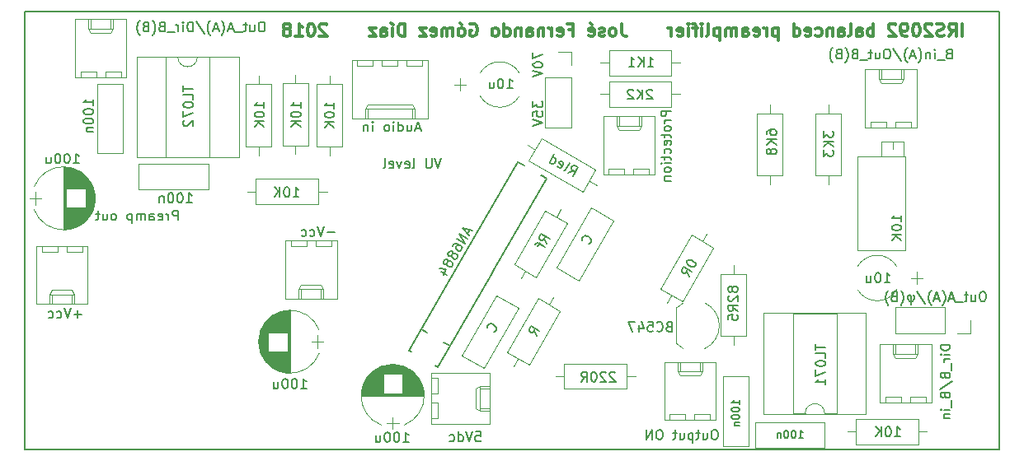
<source format=gbo>
G04 #@! TF.FileFunction,Legend,Bot*
%FSLAX46Y46*%
G04 Gerber Fmt 4.6, Leading zero omitted, Abs format (unit mm)*
G04 Created by KiCad (PCBNEW 4.0.7) date 03/19/18 22:43:46*
%MOMM*%
%LPD*%
G01*
G04 APERTURE LIST*
%ADD10C,0.100000*%
%ADD11C,0.300000*%
%ADD12C,0.150000*%
%ADD13C,0.120000*%
G04 APERTURE END LIST*
D10*
D11*
X214941423Y-76433095D02*
X214941423Y-75133095D01*
X213579518Y-76433095D02*
X214012851Y-75814048D01*
X214322375Y-76433095D02*
X214322375Y-75133095D01*
X213827137Y-75133095D01*
X213703328Y-75195000D01*
X213641423Y-75256905D01*
X213579518Y-75380714D01*
X213579518Y-75566429D01*
X213641423Y-75690238D01*
X213703328Y-75752143D01*
X213827137Y-75814048D01*
X214322375Y-75814048D01*
X213084280Y-76371190D02*
X212898566Y-76433095D01*
X212589042Y-76433095D01*
X212465232Y-76371190D01*
X212403328Y-76309286D01*
X212341423Y-76185476D01*
X212341423Y-76061667D01*
X212403328Y-75937857D01*
X212465232Y-75875952D01*
X212589042Y-75814048D01*
X212836661Y-75752143D01*
X212960470Y-75690238D01*
X213022375Y-75628333D01*
X213084280Y-75504524D01*
X213084280Y-75380714D01*
X213022375Y-75256905D01*
X212960470Y-75195000D01*
X212836661Y-75133095D01*
X212527137Y-75133095D01*
X212341423Y-75195000D01*
X211846185Y-75256905D02*
X211784280Y-75195000D01*
X211660471Y-75133095D01*
X211350947Y-75133095D01*
X211227137Y-75195000D01*
X211165233Y-75256905D01*
X211103328Y-75380714D01*
X211103328Y-75504524D01*
X211165233Y-75690238D01*
X211908090Y-76433095D01*
X211103328Y-76433095D01*
X210298566Y-75133095D02*
X210174757Y-75133095D01*
X210050947Y-75195000D01*
X209989042Y-75256905D01*
X209927138Y-75380714D01*
X209865233Y-75628333D01*
X209865233Y-75937857D01*
X209927138Y-76185476D01*
X209989042Y-76309286D01*
X210050947Y-76371190D01*
X210174757Y-76433095D01*
X210298566Y-76433095D01*
X210422376Y-76371190D01*
X210484280Y-76309286D01*
X210546185Y-76185476D01*
X210608090Y-75937857D01*
X210608090Y-75628333D01*
X210546185Y-75380714D01*
X210484280Y-75256905D01*
X210422376Y-75195000D01*
X210298566Y-75133095D01*
X209246185Y-76433095D02*
X208998566Y-76433095D01*
X208874757Y-76371190D01*
X208812852Y-76309286D01*
X208689043Y-76123571D01*
X208627138Y-75875952D01*
X208627138Y-75380714D01*
X208689043Y-75256905D01*
X208750947Y-75195000D01*
X208874757Y-75133095D01*
X209122376Y-75133095D01*
X209246185Y-75195000D01*
X209308090Y-75256905D01*
X209369995Y-75380714D01*
X209369995Y-75690238D01*
X209308090Y-75814048D01*
X209246185Y-75875952D01*
X209122376Y-75937857D01*
X208874757Y-75937857D01*
X208750947Y-75875952D01*
X208689043Y-75814048D01*
X208627138Y-75690238D01*
X208131900Y-75256905D02*
X208069995Y-75195000D01*
X207946186Y-75133095D01*
X207636662Y-75133095D01*
X207512852Y-75195000D01*
X207450948Y-75256905D01*
X207389043Y-75380714D01*
X207389043Y-75504524D01*
X207450948Y-75690238D01*
X208193805Y-76433095D01*
X207389043Y-76433095D01*
X205841424Y-76433095D02*
X205841424Y-75133095D01*
X205841424Y-75628333D02*
X205717615Y-75566429D01*
X205469996Y-75566429D01*
X205346186Y-75628333D01*
X205284281Y-75690238D01*
X205222377Y-75814048D01*
X205222377Y-76185476D01*
X205284281Y-76309286D01*
X205346186Y-76371190D01*
X205469996Y-76433095D01*
X205717615Y-76433095D01*
X205841424Y-76371190D01*
X204108091Y-76433095D02*
X204108091Y-75752143D01*
X204169996Y-75628333D01*
X204293806Y-75566429D01*
X204541425Y-75566429D01*
X204665234Y-75628333D01*
X204108091Y-76371190D02*
X204231901Y-76433095D01*
X204541425Y-76433095D01*
X204665234Y-76371190D01*
X204727139Y-76247381D01*
X204727139Y-76123571D01*
X204665234Y-75999762D01*
X204541425Y-75937857D01*
X204231901Y-75937857D01*
X204108091Y-75875952D01*
X203303330Y-76433095D02*
X203427139Y-76371190D01*
X203489044Y-76247381D01*
X203489044Y-75133095D01*
X202250949Y-76433095D02*
X202250949Y-75752143D01*
X202312854Y-75628333D01*
X202436664Y-75566429D01*
X202684283Y-75566429D01*
X202808092Y-75628333D01*
X202250949Y-76371190D02*
X202374759Y-76433095D01*
X202684283Y-76433095D01*
X202808092Y-76371190D01*
X202869997Y-76247381D01*
X202869997Y-76123571D01*
X202808092Y-75999762D01*
X202684283Y-75937857D01*
X202374759Y-75937857D01*
X202250949Y-75875952D01*
X201631902Y-75566429D02*
X201631902Y-76433095D01*
X201631902Y-75690238D02*
X201569997Y-75628333D01*
X201446188Y-75566429D01*
X201260474Y-75566429D01*
X201136664Y-75628333D01*
X201074759Y-75752143D01*
X201074759Y-76433095D01*
X199898569Y-76371190D02*
X200022379Y-76433095D01*
X200269998Y-76433095D01*
X200393807Y-76371190D01*
X200455712Y-76309286D01*
X200517617Y-76185476D01*
X200517617Y-75814048D01*
X200455712Y-75690238D01*
X200393807Y-75628333D01*
X200269998Y-75566429D01*
X200022379Y-75566429D01*
X199898569Y-75628333D01*
X198846188Y-76371190D02*
X198969998Y-76433095D01*
X199217617Y-76433095D01*
X199341426Y-76371190D01*
X199403331Y-76247381D01*
X199403331Y-75752143D01*
X199341426Y-75628333D01*
X199217617Y-75566429D01*
X198969998Y-75566429D01*
X198846188Y-75628333D01*
X198784283Y-75752143D01*
X198784283Y-75875952D01*
X199403331Y-75999762D01*
X197669997Y-76433095D02*
X197669997Y-75133095D01*
X197669997Y-76371190D02*
X197793807Y-76433095D01*
X198041426Y-76433095D01*
X198165235Y-76371190D01*
X198227140Y-76309286D01*
X198289045Y-76185476D01*
X198289045Y-75814048D01*
X198227140Y-75690238D01*
X198165235Y-75628333D01*
X198041426Y-75566429D01*
X197793807Y-75566429D01*
X197669997Y-75628333D01*
X196060474Y-75566429D02*
X196060474Y-76866429D01*
X196060474Y-75628333D02*
X195936665Y-75566429D01*
X195689046Y-75566429D01*
X195565236Y-75628333D01*
X195503331Y-75690238D01*
X195441427Y-75814048D01*
X195441427Y-76185476D01*
X195503331Y-76309286D01*
X195565236Y-76371190D01*
X195689046Y-76433095D01*
X195936665Y-76433095D01*
X196060474Y-76371190D01*
X194884284Y-76433095D02*
X194884284Y-75566429D01*
X194884284Y-75814048D02*
X194822379Y-75690238D01*
X194760475Y-75628333D01*
X194636665Y-75566429D01*
X194512856Y-75566429D01*
X193584284Y-76371190D02*
X193708094Y-76433095D01*
X193955713Y-76433095D01*
X194079522Y-76371190D01*
X194141427Y-76247381D01*
X194141427Y-75752143D01*
X194079522Y-75628333D01*
X193955713Y-75566429D01*
X193708094Y-75566429D01*
X193584284Y-75628333D01*
X193522379Y-75752143D01*
X193522379Y-75875952D01*
X194141427Y-75999762D01*
X192408093Y-76433095D02*
X192408093Y-75752143D01*
X192469998Y-75628333D01*
X192593808Y-75566429D01*
X192841427Y-75566429D01*
X192965236Y-75628333D01*
X192408093Y-76371190D02*
X192531903Y-76433095D01*
X192841427Y-76433095D01*
X192965236Y-76371190D01*
X193027141Y-76247381D01*
X193027141Y-76123571D01*
X192965236Y-75999762D01*
X192841427Y-75937857D01*
X192531903Y-75937857D01*
X192408093Y-75875952D01*
X191789046Y-76433095D02*
X191789046Y-75566429D01*
X191789046Y-75690238D02*
X191727141Y-75628333D01*
X191603332Y-75566429D01*
X191417618Y-75566429D01*
X191293808Y-75628333D01*
X191231903Y-75752143D01*
X191231903Y-76433095D01*
X191231903Y-75752143D02*
X191169999Y-75628333D01*
X191046189Y-75566429D01*
X190860475Y-75566429D01*
X190736665Y-75628333D01*
X190674760Y-75752143D01*
X190674760Y-76433095D01*
X190055713Y-75566429D02*
X190055713Y-76866429D01*
X190055713Y-75628333D02*
X189931904Y-75566429D01*
X189684285Y-75566429D01*
X189560475Y-75628333D01*
X189498570Y-75690238D01*
X189436666Y-75814048D01*
X189436666Y-76185476D01*
X189498570Y-76309286D01*
X189560475Y-76371190D01*
X189684285Y-76433095D01*
X189931904Y-76433095D01*
X190055713Y-76371190D01*
X188693809Y-76433095D02*
X188817618Y-76371190D01*
X188879523Y-76247381D01*
X188879523Y-75133095D01*
X188198571Y-76433095D02*
X188198571Y-75566429D01*
X188198571Y-75133095D02*
X188260476Y-75195000D01*
X188198571Y-75256905D01*
X188136666Y-75195000D01*
X188198571Y-75133095D01*
X188198571Y-75256905D01*
X187765237Y-75566429D02*
X187269999Y-75566429D01*
X187579523Y-76433095D02*
X187579523Y-75318810D01*
X187517618Y-75195000D01*
X187393809Y-75133095D01*
X187269999Y-75133095D01*
X186836666Y-76433095D02*
X186836666Y-75566429D01*
X186836666Y-75133095D02*
X186898571Y-75195000D01*
X186836666Y-75256905D01*
X186774761Y-75195000D01*
X186836666Y-75133095D01*
X186836666Y-75256905D01*
X185722380Y-76371190D02*
X185846190Y-76433095D01*
X186093809Y-76433095D01*
X186217618Y-76371190D01*
X186279523Y-76247381D01*
X186279523Y-75752143D01*
X186217618Y-75628333D01*
X186093809Y-75566429D01*
X185846190Y-75566429D01*
X185722380Y-75628333D01*
X185660475Y-75752143D01*
X185660475Y-75875952D01*
X186279523Y-75999762D01*
X185103332Y-76433095D02*
X185103332Y-75566429D01*
X185103332Y-75814048D02*
X185041427Y-75690238D01*
X184979523Y-75628333D01*
X184855713Y-75566429D01*
X184731904Y-75566429D01*
X179965238Y-75133095D02*
X179965238Y-76061667D01*
X180027142Y-76247381D01*
X180150952Y-76371190D01*
X180336666Y-76433095D01*
X180460476Y-76433095D01*
X179160476Y-76433095D02*
X179284285Y-76371190D01*
X179346190Y-76309286D01*
X179408095Y-76185476D01*
X179408095Y-75814048D01*
X179346190Y-75690238D01*
X179284285Y-75628333D01*
X179160476Y-75566429D01*
X178974762Y-75566429D01*
X178850952Y-75628333D01*
X178789047Y-75690238D01*
X178727143Y-75814048D01*
X178727143Y-76185476D01*
X178789047Y-76309286D01*
X178850952Y-76371190D01*
X178974762Y-76433095D01*
X179160476Y-76433095D01*
X178231905Y-76371190D02*
X178108095Y-76433095D01*
X177860476Y-76433095D01*
X177736667Y-76371190D01*
X177674762Y-76247381D01*
X177674762Y-76185476D01*
X177736667Y-76061667D01*
X177860476Y-75999762D01*
X178046191Y-75999762D01*
X178170000Y-75937857D01*
X178231905Y-75814048D01*
X178231905Y-75752143D01*
X178170000Y-75628333D01*
X178046191Y-75566429D01*
X177860476Y-75566429D01*
X177736667Y-75628333D01*
X176622381Y-76371190D02*
X176746191Y-76433095D01*
X176993810Y-76433095D01*
X177117619Y-76371190D01*
X177179524Y-76247381D01*
X177179524Y-75752143D01*
X177117619Y-75628333D01*
X176993810Y-75566429D01*
X176746191Y-75566429D01*
X176622381Y-75628333D01*
X176560476Y-75752143D01*
X176560476Y-75875952D01*
X177179524Y-75999762D01*
X176746191Y-75071190D02*
X176931905Y-75256905D01*
X174579524Y-75752143D02*
X175012857Y-75752143D01*
X175012857Y-76433095D02*
X175012857Y-75133095D01*
X174393810Y-75133095D01*
X173403333Y-76371190D02*
X173527143Y-76433095D01*
X173774762Y-76433095D01*
X173898571Y-76371190D01*
X173960476Y-76247381D01*
X173960476Y-75752143D01*
X173898571Y-75628333D01*
X173774762Y-75566429D01*
X173527143Y-75566429D01*
X173403333Y-75628333D01*
X173341428Y-75752143D01*
X173341428Y-75875952D01*
X173960476Y-75999762D01*
X172784285Y-76433095D02*
X172784285Y-75566429D01*
X172784285Y-75814048D02*
X172722380Y-75690238D01*
X172660476Y-75628333D01*
X172536666Y-75566429D01*
X172412857Y-75566429D01*
X171979523Y-75566429D02*
X171979523Y-76433095D01*
X171979523Y-75690238D02*
X171917618Y-75628333D01*
X171793809Y-75566429D01*
X171608095Y-75566429D01*
X171484285Y-75628333D01*
X171422380Y-75752143D01*
X171422380Y-76433095D01*
X170246190Y-76433095D02*
X170246190Y-75752143D01*
X170308095Y-75628333D01*
X170431905Y-75566429D01*
X170679524Y-75566429D01*
X170803333Y-75628333D01*
X170246190Y-76371190D02*
X170370000Y-76433095D01*
X170679524Y-76433095D01*
X170803333Y-76371190D01*
X170865238Y-76247381D01*
X170865238Y-76123571D01*
X170803333Y-75999762D01*
X170679524Y-75937857D01*
X170370000Y-75937857D01*
X170246190Y-75875952D01*
X169627143Y-75566429D02*
X169627143Y-76433095D01*
X169627143Y-75690238D02*
X169565238Y-75628333D01*
X169441429Y-75566429D01*
X169255715Y-75566429D01*
X169131905Y-75628333D01*
X169070000Y-75752143D01*
X169070000Y-76433095D01*
X167893810Y-76433095D02*
X167893810Y-75133095D01*
X167893810Y-76371190D02*
X168017620Y-76433095D01*
X168265239Y-76433095D01*
X168389048Y-76371190D01*
X168450953Y-76309286D01*
X168512858Y-76185476D01*
X168512858Y-75814048D01*
X168450953Y-75690238D01*
X168389048Y-75628333D01*
X168265239Y-75566429D01*
X168017620Y-75566429D01*
X167893810Y-75628333D01*
X167089049Y-76433095D02*
X167212858Y-76371190D01*
X167274763Y-76309286D01*
X167336668Y-76185476D01*
X167336668Y-75814048D01*
X167274763Y-75690238D01*
X167212858Y-75628333D01*
X167089049Y-75566429D01*
X166903335Y-75566429D01*
X166779525Y-75628333D01*
X166717620Y-75690238D01*
X166655716Y-75814048D01*
X166655716Y-76185476D01*
X166717620Y-76309286D01*
X166779525Y-76371190D01*
X166903335Y-76433095D01*
X167089049Y-76433095D01*
X164427145Y-75195000D02*
X164550954Y-75133095D01*
X164736669Y-75133095D01*
X164922383Y-75195000D01*
X165046192Y-75318810D01*
X165108097Y-75442619D01*
X165170002Y-75690238D01*
X165170002Y-75875952D01*
X165108097Y-76123571D01*
X165046192Y-76247381D01*
X164922383Y-76371190D01*
X164736669Y-76433095D01*
X164612859Y-76433095D01*
X164427145Y-76371190D01*
X164365240Y-76309286D01*
X164365240Y-75875952D01*
X164612859Y-75875952D01*
X163622383Y-76433095D02*
X163746192Y-76371190D01*
X163808097Y-76309286D01*
X163870002Y-76185476D01*
X163870002Y-75814048D01*
X163808097Y-75690238D01*
X163746192Y-75628333D01*
X163622383Y-75566429D01*
X163436669Y-75566429D01*
X163312859Y-75628333D01*
X163250954Y-75690238D01*
X163189050Y-75814048D01*
X163189050Y-76185476D01*
X163250954Y-76309286D01*
X163312859Y-76371190D01*
X163436669Y-76433095D01*
X163622383Y-76433095D01*
X163374764Y-75071190D02*
X163560478Y-75256905D01*
X162631907Y-76433095D02*
X162631907Y-75566429D01*
X162631907Y-75690238D02*
X162570002Y-75628333D01*
X162446193Y-75566429D01*
X162260479Y-75566429D01*
X162136669Y-75628333D01*
X162074764Y-75752143D01*
X162074764Y-76433095D01*
X162074764Y-75752143D02*
X162012860Y-75628333D01*
X161889050Y-75566429D01*
X161703336Y-75566429D01*
X161579526Y-75628333D01*
X161517621Y-75752143D01*
X161517621Y-76433095D01*
X160403336Y-76371190D02*
X160527146Y-76433095D01*
X160774765Y-76433095D01*
X160898574Y-76371190D01*
X160960479Y-76247381D01*
X160960479Y-75752143D01*
X160898574Y-75628333D01*
X160774765Y-75566429D01*
X160527146Y-75566429D01*
X160403336Y-75628333D01*
X160341431Y-75752143D01*
X160341431Y-75875952D01*
X160960479Y-75999762D01*
X159908098Y-75566429D02*
X159227145Y-75566429D01*
X159908098Y-76433095D01*
X159227145Y-76433095D01*
X157741431Y-76433095D02*
X157741431Y-75133095D01*
X157431907Y-75133095D01*
X157246193Y-75195000D01*
X157122384Y-75318810D01*
X157060479Y-75442619D01*
X156998574Y-75690238D01*
X156998574Y-75875952D01*
X157060479Y-76123571D01*
X157122384Y-76247381D01*
X157246193Y-76371190D01*
X157431907Y-76433095D01*
X157741431Y-76433095D01*
X156441431Y-76433095D02*
X156441431Y-75566429D01*
X156317622Y-75071190D02*
X156503336Y-75256905D01*
X155265240Y-76433095D02*
X155265240Y-75752143D01*
X155327145Y-75628333D01*
X155450955Y-75566429D01*
X155698574Y-75566429D01*
X155822383Y-75628333D01*
X155265240Y-76371190D02*
X155389050Y-76433095D01*
X155698574Y-76433095D01*
X155822383Y-76371190D01*
X155884288Y-76247381D01*
X155884288Y-76123571D01*
X155822383Y-75999762D01*
X155698574Y-75937857D01*
X155389050Y-75937857D01*
X155265240Y-75875952D01*
X154770003Y-75566429D02*
X154089050Y-75566429D01*
X154770003Y-76433095D01*
X154089050Y-76433095D01*
X149693813Y-75256905D02*
X149631908Y-75195000D01*
X149508099Y-75133095D01*
X149198575Y-75133095D01*
X149074765Y-75195000D01*
X149012861Y-75256905D01*
X148950956Y-75380714D01*
X148950956Y-75504524D01*
X149012861Y-75690238D01*
X149755718Y-76433095D01*
X148950956Y-76433095D01*
X148146194Y-75133095D02*
X148022385Y-75133095D01*
X147898575Y-75195000D01*
X147836670Y-75256905D01*
X147774766Y-75380714D01*
X147712861Y-75628333D01*
X147712861Y-75937857D01*
X147774766Y-76185476D01*
X147836670Y-76309286D01*
X147898575Y-76371190D01*
X148022385Y-76433095D01*
X148146194Y-76433095D01*
X148270004Y-76371190D01*
X148331908Y-76309286D01*
X148393813Y-76185476D01*
X148455718Y-75937857D01*
X148455718Y-75628333D01*
X148393813Y-75380714D01*
X148331908Y-75256905D01*
X148270004Y-75195000D01*
X148146194Y-75133095D01*
X146474766Y-76433095D02*
X147217623Y-76433095D01*
X146846194Y-76433095D02*
X146846194Y-75133095D01*
X146970004Y-75318810D01*
X147093813Y-75442619D01*
X147217623Y-75504524D01*
X145731909Y-75690238D02*
X145855718Y-75628333D01*
X145917623Y-75566429D01*
X145979528Y-75442619D01*
X145979528Y-75380714D01*
X145917623Y-75256905D01*
X145855718Y-75195000D01*
X145731909Y-75133095D01*
X145484290Y-75133095D01*
X145360480Y-75195000D01*
X145298576Y-75256905D01*
X145236671Y-75380714D01*
X145236671Y-75442619D01*
X145298576Y-75566429D01*
X145360480Y-75628333D01*
X145484290Y-75690238D01*
X145731909Y-75690238D01*
X145855718Y-75752143D01*
X145917623Y-75814048D01*
X145979528Y-75937857D01*
X145979528Y-76185476D01*
X145917623Y-76309286D01*
X145855718Y-76371190D01*
X145731909Y-76433095D01*
X145484290Y-76433095D01*
X145360480Y-76371190D01*
X145298576Y-76309286D01*
X145236671Y-76185476D01*
X145236671Y-75937857D01*
X145298576Y-75814048D01*
X145360480Y-75752143D01*
X145484290Y-75690238D01*
D12*
X118725000Y-73910000D02*
X118725000Y-118910000D01*
X218725000Y-73910000D02*
X118725000Y-73910000D01*
X218725000Y-118910000D02*
X118725000Y-118910000D01*
X218725000Y-73910000D02*
X218725000Y-118910000D01*
D13*
X204200000Y-88780000D02*
X204200000Y-98430000D01*
X209151000Y-88780000D02*
X209151000Y-98430000D01*
X204200000Y-88780000D02*
X209151000Y-88780000D01*
X204200000Y-98430000D02*
X209151000Y-98430000D01*
X206665000Y-87260000D02*
X206665000Y-88779000D01*
X208975000Y-87260000D02*
X208975000Y-88779000D01*
X206665000Y-87260000D02*
X208975000Y-87260000D01*
X206665000Y-88779000D02*
X208975000Y-88779000D01*
X207820000Y-87260000D02*
X207820000Y-88020000D01*
X174800000Y-85805000D02*
X172140000Y-85805000D01*
X174800000Y-80665000D02*
X174800000Y-85805000D01*
X172140000Y-80665000D02*
X172140000Y-85805000D01*
X174800000Y-80665000D02*
X172140000Y-80665000D01*
X174800000Y-79395000D02*
X174800000Y-78065000D01*
X174800000Y-78065000D02*
X173470000Y-78065000D01*
X208060000Y-106975000D02*
X208060000Y-104315000D01*
X213200000Y-106975000D02*
X208060000Y-106975000D01*
X213200000Y-104315000D02*
X208060000Y-104315000D01*
X213200000Y-106975000D02*
X213200000Y-104315000D01*
X214470000Y-106975000D02*
X215800000Y-106975000D01*
X215800000Y-106975000D02*
X215800000Y-105645000D01*
X157649136Y-110377180D02*
G75*
G02X157650000Y-116412482I-1179136J-3017820D01*
G01*
X155290864Y-110377180D02*
G75*
G03X155290000Y-116412482I1179136J-3017820D01*
G01*
X155290864Y-110377180D02*
G75*
G02X157650000Y-110377518I1179136J-3017820D01*
G01*
X159670000Y-113395000D02*
X153270000Y-113395000D01*
X159670000Y-113355000D02*
X153270000Y-113355000D01*
X159670000Y-113315000D02*
X153270000Y-113315000D01*
X159668000Y-113275000D02*
X153272000Y-113275000D01*
X159667000Y-113235000D02*
X153273000Y-113235000D01*
X159664000Y-113195000D02*
X153276000Y-113195000D01*
X159662000Y-113155000D02*
X153278000Y-113155000D01*
X159658000Y-113115000D02*
X157450000Y-113115000D01*
X155490000Y-113115000D02*
X153282000Y-113115000D01*
X159655000Y-113075000D02*
X157450000Y-113075000D01*
X155490000Y-113075000D02*
X153285000Y-113075000D01*
X159650000Y-113035000D02*
X157450000Y-113035000D01*
X155490000Y-113035000D02*
X153290000Y-113035000D01*
X159646000Y-112995000D02*
X157450000Y-112995000D01*
X155490000Y-112995000D02*
X153294000Y-112995000D01*
X159640000Y-112955000D02*
X157450000Y-112955000D01*
X155490000Y-112955000D02*
X153300000Y-112955000D01*
X159635000Y-112915000D02*
X157450000Y-112915000D01*
X155490000Y-112915000D02*
X153305000Y-112915000D01*
X159628000Y-112875000D02*
X157450000Y-112875000D01*
X155490000Y-112875000D02*
X153312000Y-112875000D01*
X159622000Y-112835000D02*
X157450000Y-112835000D01*
X155490000Y-112835000D02*
X153318000Y-112835000D01*
X159614000Y-112795000D02*
X157450000Y-112795000D01*
X155490000Y-112795000D02*
X153326000Y-112795000D01*
X159607000Y-112755000D02*
X157450000Y-112755000D01*
X155490000Y-112755000D02*
X153333000Y-112755000D01*
X159598000Y-112715000D02*
X157450000Y-112715000D01*
X155490000Y-112715000D02*
X153342000Y-112715000D01*
X159589000Y-112674000D02*
X157450000Y-112674000D01*
X155490000Y-112674000D02*
X153351000Y-112674000D01*
X159580000Y-112634000D02*
X157450000Y-112634000D01*
X155490000Y-112634000D02*
X153360000Y-112634000D01*
X159570000Y-112594000D02*
X157450000Y-112594000D01*
X155490000Y-112594000D02*
X153370000Y-112594000D01*
X159560000Y-112554000D02*
X157450000Y-112554000D01*
X155490000Y-112554000D02*
X153380000Y-112554000D01*
X159549000Y-112514000D02*
X157450000Y-112514000D01*
X155490000Y-112514000D02*
X153391000Y-112514000D01*
X159537000Y-112474000D02*
X157450000Y-112474000D01*
X155490000Y-112474000D02*
X153403000Y-112474000D01*
X159525000Y-112434000D02*
X157450000Y-112434000D01*
X155490000Y-112434000D02*
X153415000Y-112434000D01*
X159512000Y-112394000D02*
X157450000Y-112394000D01*
X155490000Y-112394000D02*
X153428000Y-112394000D01*
X159499000Y-112354000D02*
X157450000Y-112354000D01*
X155490000Y-112354000D02*
X153441000Y-112354000D01*
X159485000Y-112314000D02*
X157450000Y-112314000D01*
X155490000Y-112314000D02*
X153455000Y-112314000D01*
X159471000Y-112274000D02*
X157450000Y-112274000D01*
X155490000Y-112274000D02*
X153469000Y-112274000D01*
X159456000Y-112234000D02*
X157450000Y-112234000D01*
X155490000Y-112234000D02*
X153484000Y-112234000D01*
X159440000Y-112194000D02*
X157450000Y-112194000D01*
X155490000Y-112194000D02*
X153500000Y-112194000D01*
X159424000Y-112154000D02*
X157450000Y-112154000D01*
X155490000Y-112154000D02*
X153516000Y-112154000D01*
X159407000Y-112114000D02*
X157450000Y-112114000D01*
X155490000Y-112114000D02*
X153533000Y-112114000D01*
X159389000Y-112074000D02*
X157450000Y-112074000D01*
X155490000Y-112074000D02*
X153551000Y-112074000D01*
X159371000Y-112034000D02*
X157450000Y-112034000D01*
X155490000Y-112034000D02*
X153569000Y-112034000D01*
X159352000Y-111994000D02*
X157450000Y-111994000D01*
X155490000Y-111994000D02*
X153588000Y-111994000D01*
X159333000Y-111954000D02*
X157450000Y-111954000D01*
X155490000Y-111954000D02*
X153607000Y-111954000D01*
X159313000Y-111914000D02*
X157450000Y-111914000D01*
X155490000Y-111914000D02*
X153627000Y-111914000D01*
X159292000Y-111874000D02*
X157450000Y-111874000D01*
X155490000Y-111874000D02*
X153648000Y-111874000D01*
X159270000Y-111834000D02*
X157450000Y-111834000D01*
X155490000Y-111834000D02*
X153670000Y-111834000D01*
X159248000Y-111794000D02*
X157450000Y-111794000D01*
X155490000Y-111794000D02*
X153692000Y-111794000D01*
X159225000Y-111754000D02*
X157450000Y-111754000D01*
X155490000Y-111754000D02*
X153715000Y-111754000D01*
X159201000Y-111714000D02*
X157450000Y-111714000D01*
X155490000Y-111714000D02*
X153739000Y-111714000D01*
X159176000Y-111674000D02*
X157450000Y-111674000D01*
X155490000Y-111674000D02*
X153764000Y-111674000D01*
X159151000Y-111634000D02*
X157450000Y-111634000D01*
X155490000Y-111634000D02*
X153789000Y-111634000D01*
X159124000Y-111594000D02*
X157450000Y-111594000D01*
X155490000Y-111594000D02*
X153816000Y-111594000D01*
X159097000Y-111554000D02*
X157450000Y-111554000D01*
X155490000Y-111554000D02*
X153843000Y-111554000D01*
X159069000Y-111514000D02*
X157450000Y-111514000D01*
X155490000Y-111514000D02*
X153871000Y-111514000D01*
X159040000Y-111474000D02*
X157450000Y-111474000D01*
X155490000Y-111474000D02*
X153900000Y-111474000D01*
X159010000Y-111434000D02*
X157450000Y-111434000D01*
X155490000Y-111434000D02*
X153930000Y-111434000D01*
X158980000Y-111394000D02*
X157450000Y-111394000D01*
X155490000Y-111394000D02*
X153960000Y-111394000D01*
X158948000Y-111354000D02*
X157450000Y-111354000D01*
X155490000Y-111354000D02*
X153992000Y-111354000D01*
X158915000Y-111314000D02*
X157450000Y-111314000D01*
X155490000Y-111314000D02*
X154025000Y-111314000D01*
X158881000Y-111274000D02*
X157450000Y-111274000D01*
X155490000Y-111274000D02*
X154059000Y-111274000D01*
X158845000Y-111234000D02*
X157450000Y-111234000D01*
X155490000Y-111234000D02*
X154095000Y-111234000D01*
X158809000Y-111194000D02*
X157450000Y-111194000D01*
X155490000Y-111194000D02*
X154131000Y-111194000D01*
X158771000Y-111154000D02*
X154169000Y-111154000D01*
X158732000Y-111114000D02*
X154208000Y-111114000D01*
X158692000Y-111074000D02*
X154248000Y-111074000D01*
X158650000Y-111034000D02*
X154290000Y-111034000D01*
X158607000Y-110994000D02*
X154333000Y-110994000D01*
X158562000Y-110954000D02*
X154378000Y-110954000D01*
X158515000Y-110914000D02*
X154425000Y-110914000D01*
X158467000Y-110874000D02*
X154473000Y-110874000D01*
X158416000Y-110834000D02*
X154524000Y-110834000D01*
X158364000Y-110794000D02*
X154576000Y-110794000D01*
X158309000Y-110754000D02*
X154631000Y-110754000D01*
X158251000Y-110714000D02*
X154689000Y-110714000D01*
X158191000Y-110674000D02*
X154749000Y-110674000D01*
X158128000Y-110634000D02*
X154812000Y-110634000D01*
X158061000Y-110594000D02*
X154879000Y-110594000D01*
X157990000Y-110554000D02*
X154950000Y-110554000D01*
X157915000Y-110514000D02*
X155025000Y-110514000D01*
X157834000Y-110474000D02*
X155106000Y-110474000D01*
X157748000Y-110434000D02*
X155192000Y-110434000D01*
X157654000Y-110394000D02*
X155286000Y-110394000D01*
X157551000Y-110354000D02*
X155389000Y-110354000D01*
X157436000Y-110314000D02*
X155504000Y-110314000D01*
X157304000Y-110274000D02*
X155636000Y-110274000D01*
X157146000Y-110234000D02*
X155794000Y-110234000D01*
X156938000Y-110194000D02*
X156002000Y-110194000D01*
X156470000Y-116845000D02*
X156470000Y-115645000D01*
X157120000Y-116245000D02*
X155820000Y-116245000D01*
X169489998Y-82576189D02*
G75*
G02X165449307Y-82575000I-2019998J1181189D01*
G01*
X169489998Y-80213811D02*
G75*
G03X165449307Y-80215000I-2019998J-1181189D01*
G01*
X162770000Y-81395000D02*
X163970000Y-81395000D01*
X163370000Y-82045000D02*
X163370000Y-80745000D01*
X176865507Y-94072013D02*
X173305507Y-100238114D01*
X179134493Y-95382013D02*
X175574493Y-101548114D01*
X176865507Y-94072013D02*
X179134493Y-95382013D01*
X173305507Y-100238114D02*
X175574493Y-101548114D01*
X204200002Y-100113811D02*
G75*
G02X208240693Y-100115000I2019998J-1181189D01*
G01*
X204200002Y-102476189D02*
G75*
G03X208240693Y-102475000I2019998J1181189D01*
G01*
X210920000Y-101295000D02*
X209720000Y-101295000D01*
X210320000Y-100645000D02*
X210320000Y-101945000D01*
X167115507Y-103072013D02*
X163555507Y-109238114D01*
X169384493Y-104382013D02*
X165824493Y-110548114D01*
X167115507Y-103072013D02*
X169384493Y-104382013D01*
X163555507Y-109238114D02*
X165824493Y-110548114D01*
X142902180Y-106665864D02*
G75*
G02X148937482Y-106665000I3017820J-1179136D01*
G01*
X142902180Y-109024136D02*
G75*
G03X148937482Y-109025000I3017820J1179136D01*
G01*
X142902180Y-109024136D02*
G75*
G02X142902518Y-106665000I3017820J1179136D01*
G01*
X145920000Y-104645000D02*
X145920000Y-111045000D01*
X145880000Y-104645000D02*
X145880000Y-111045000D01*
X145840000Y-104645000D02*
X145840000Y-111045000D01*
X145800000Y-104647000D02*
X145800000Y-111043000D01*
X145760000Y-104648000D02*
X145760000Y-111042000D01*
X145720000Y-104651000D02*
X145720000Y-111039000D01*
X145680000Y-104653000D02*
X145680000Y-111037000D01*
X145640000Y-104657000D02*
X145640000Y-106865000D01*
X145640000Y-108825000D02*
X145640000Y-111033000D01*
X145600000Y-104660000D02*
X145600000Y-106865000D01*
X145600000Y-108825000D02*
X145600000Y-111030000D01*
X145560000Y-104665000D02*
X145560000Y-106865000D01*
X145560000Y-108825000D02*
X145560000Y-111025000D01*
X145520000Y-104669000D02*
X145520000Y-106865000D01*
X145520000Y-108825000D02*
X145520000Y-111021000D01*
X145480000Y-104675000D02*
X145480000Y-106865000D01*
X145480000Y-108825000D02*
X145480000Y-111015000D01*
X145440000Y-104680000D02*
X145440000Y-106865000D01*
X145440000Y-108825000D02*
X145440000Y-111010000D01*
X145400000Y-104687000D02*
X145400000Y-106865000D01*
X145400000Y-108825000D02*
X145400000Y-111003000D01*
X145360000Y-104693000D02*
X145360000Y-106865000D01*
X145360000Y-108825000D02*
X145360000Y-110997000D01*
X145320000Y-104701000D02*
X145320000Y-106865000D01*
X145320000Y-108825000D02*
X145320000Y-110989000D01*
X145280000Y-104708000D02*
X145280000Y-106865000D01*
X145280000Y-108825000D02*
X145280000Y-110982000D01*
X145240000Y-104717000D02*
X145240000Y-106865000D01*
X145240000Y-108825000D02*
X145240000Y-110973000D01*
X145199000Y-104726000D02*
X145199000Y-106865000D01*
X145199000Y-108825000D02*
X145199000Y-110964000D01*
X145159000Y-104735000D02*
X145159000Y-106865000D01*
X145159000Y-108825000D02*
X145159000Y-110955000D01*
X145119000Y-104745000D02*
X145119000Y-106865000D01*
X145119000Y-108825000D02*
X145119000Y-110945000D01*
X145079000Y-104755000D02*
X145079000Y-106865000D01*
X145079000Y-108825000D02*
X145079000Y-110935000D01*
X145039000Y-104766000D02*
X145039000Y-106865000D01*
X145039000Y-108825000D02*
X145039000Y-110924000D01*
X144999000Y-104778000D02*
X144999000Y-106865000D01*
X144999000Y-108825000D02*
X144999000Y-110912000D01*
X144959000Y-104790000D02*
X144959000Y-106865000D01*
X144959000Y-108825000D02*
X144959000Y-110900000D01*
X144919000Y-104803000D02*
X144919000Y-106865000D01*
X144919000Y-108825000D02*
X144919000Y-110887000D01*
X144879000Y-104816000D02*
X144879000Y-106865000D01*
X144879000Y-108825000D02*
X144879000Y-110874000D01*
X144839000Y-104830000D02*
X144839000Y-106865000D01*
X144839000Y-108825000D02*
X144839000Y-110860000D01*
X144799000Y-104844000D02*
X144799000Y-106865000D01*
X144799000Y-108825000D02*
X144799000Y-110846000D01*
X144759000Y-104859000D02*
X144759000Y-106865000D01*
X144759000Y-108825000D02*
X144759000Y-110831000D01*
X144719000Y-104875000D02*
X144719000Y-106865000D01*
X144719000Y-108825000D02*
X144719000Y-110815000D01*
X144679000Y-104891000D02*
X144679000Y-106865000D01*
X144679000Y-108825000D02*
X144679000Y-110799000D01*
X144639000Y-104908000D02*
X144639000Y-106865000D01*
X144639000Y-108825000D02*
X144639000Y-110782000D01*
X144599000Y-104926000D02*
X144599000Y-106865000D01*
X144599000Y-108825000D02*
X144599000Y-110764000D01*
X144559000Y-104944000D02*
X144559000Y-106865000D01*
X144559000Y-108825000D02*
X144559000Y-110746000D01*
X144519000Y-104963000D02*
X144519000Y-106865000D01*
X144519000Y-108825000D02*
X144519000Y-110727000D01*
X144479000Y-104982000D02*
X144479000Y-106865000D01*
X144479000Y-108825000D02*
X144479000Y-110708000D01*
X144439000Y-105002000D02*
X144439000Y-106865000D01*
X144439000Y-108825000D02*
X144439000Y-110688000D01*
X144399000Y-105023000D02*
X144399000Y-106865000D01*
X144399000Y-108825000D02*
X144399000Y-110667000D01*
X144359000Y-105045000D02*
X144359000Y-106865000D01*
X144359000Y-108825000D02*
X144359000Y-110645000D01*
X144319000Y-105067000D02*
X144319000Y-106865000D01*
X144319000Y-108825000D02*
X144319000Y-110623000D01*
X144279000Y-105090000D02*
X144279000Y-106865000D01*
X144279000Y-108825000D02*
X144279000Y-110600000D01*
X144239000Y-105114000D02*
X144239000Y-106865000D01*
X144239000Y-108825000D02*
X144239000Y-110576000D01*
X144199000Y-105139000D02*
X144199000Y-106865000D01*
X144199000Y-108825000D02*
X144199000Y-110551000D01*
X144159000Y-105164000D02*
X144159000Y-106865000D01*
X144159000Y-108825000D02*
X144159000Y-110526000D01*
X144119000Y-105191000D02*
X144119000Y-106865000D01*
X144119000Y-108825000D02*
X144119000Y-110499000D01*
X144079000Y-105218000D02*
X144079000Y-106865000D01*
X144079000Y-108825000D02*
X144079000Y-110472000D01*
X144039000Y-105246000D02*
X144039000Y-106865000D01*
X144039000Y-108825000D02*
X144039000Y-110444000D01*
X143999000Y-105275000D02*
X143999000Y-106865000D01*
X143999000Y-108825000D02*
X143999000Y-110415000D01*
X143959000Y-105305000D02*
X143959000Y-106865000D01*
X143959000Y-108825000D02*
X143959000Y-110385000D01*
X143919000Y-105335000D02*
X143919000Y-106865000D01*
X143919000Y-108825000D02*
X143919000Y-110355000D01*
X143879000Y-105367000D02*
X143879000Y-106865000D01*
X143879000Y-108825000D02*
X143879000Y-110323000D01*
X143839000Y-105400000D02*
X143839000Y-106865000D01*
X143839000Y-108825000D02*
X143839000Y-110290000D01*
X143799000Y-105434000D02*
X143799000Y-106865000D01*
X143799000Y-108825000D02*
X143799000Y-110256000D01*
X143759000Y-105470000D02*
X143759000Y-106865000D01*
X143759000Y-108825000D02*
X143759000Y-110220000D01*
X143719000Y-105506000D02*
X143719000Y-106865000D01*
X143719000Y-108825000D02*
X143719000Y-110184000D01*
X143679000Y-105544000D02*
X143679000Y-110146000D01*
X143639000Y-105583000D02*
X143639000Y-110107000D01*
X143599000Y-105623000D02*
X143599000Y-110067000D01*
X143559000Y-105665000D02*
X143559000Y-110025000D01*
X143519000Y-105708000D02*
X143519000Y-109982000D01*
X143479000Y-105753000D02*
X143479000Y-109937000D01*
X143439000Y-105800000D02*
X143439000Y-109890000D01*
X143399000Y-105848000D02*
X143399000Y-109842000D01*
X143359000Y-105899000D02*
X143359000Y-109791000D01*
X143319000Y-105951000D02*
X143319000Y-109739000D01*
X143279000Y-106006000D02*
X143279000Y-109684000D01*
X143239000Y-106064000D02*
X143239000Y-109626000D01*
X143199000Y-106124000D02*
X143199000Y-109566000D01*
X143159000Y-106187000D02*
X143159000Y-109503000D01*
X143119000Y-106254000D02*
X143119000Y-109436000D01*
X143079000Y-106325000D02*
X143079000Y-109365000D01*
X143039000Y-106400000D02*
X143039000Y-109290000D01*
X142999000Y-106481000D02*
X142999000Y-109209000D01*
X142959000Y-106567000D02*
X142959000Y-109123000D01*
X142919000Y-106661000D02*
X142919000Y-109029000D01*
X142879000Y-106764000D02*
X142879000Y-108926000D01*
X142839000Y-106879000D02*
X142839000Y-108811000D01*
X142799000Y-107011000D02*
X142799000Y-108679000D01*
X142759000Y-107169000D02*
X142759000Y-108521000D01*
X142719000Y-107377000D02*
X142719000Y-108313000D01*
X149370000Y-107845000D02*
X148170000Y-107845000D01*
X148770000Y-107195000D02*
X148770000Y-108495000D01*
X125687820Y-94274136D02*
G75*
G02X119652518Y-94275000I-3017820J1179136D01*
G01*
X125687820Y-91915864D02*
G75*
G03X119652518Y-91915000I-3017820J-1179136D01*
G01*
X125687820Y-91915864D02*
G75*
G02X125687482Y-94275000I-3017820J-1179136D01*
G01*
X122670000Y-96295000D02*
X122670000Y-89895000D01*
X122710000Y-96295000D02*
X122710000Y-89895000D01*
X122750000Y-96295000D02*
X122750000Y-89895000D01*
X122790000Y-96293000D02*
X122790000Y-89897000D01*
X122830000Y-96292000D02*
X122830000Y-89898000D01*
X122870000Y-96289000D02*
X122870000Y-89901000D01*
X122910000Y-96287000D02*
X122910000Y-89903000D01*
X122950000Y-96283000D02*
X122950000Y-94075000D01*
X122950000Y-92115000D02*
X122950000Y-89907000D01*
X122990000Y-96280000D02*
X122990000Y-94075000D01*
X122990000Y-92115000D02*
X122990000Y-89910000D01*
X123030000Y-96275000D02*
X123030000Y-94075000D01*
X123030000Y-92115000D02*
X123030000Y-89915000D01*
X123070000Y-96271000D02*
X123070000Y-94075000D01*
X123070000Y-92115000D02*
X123070000Y-89919000D01*
X123110000Y-96265000D02*
X123110000Y-94075000D01*
X123110000Y-92115000D02*
X123110000Y-89925000D01*
X123150000Y-96260000D02*
X123150000Y-94075000D01*
X123150000Y-92115000D02*
X123150000Y-89930000D01*
X123190000Y-96253000D02*
X123190000Y-94075000D01*
X123190000Y-92115000D02*
X123190000Y-89937000D01*
X123230000Y-96247000D02*
X123230000Y-94075000D01*
X123230000Y-92115000D02*
X123230000Y-89943000D01*
X123270000Y-96239000D02*
X123270000Y-94075000D01*
X123270000Y-92115000D02*
X123270000Y-89951000D01*
X123310000Y-96232000D02*
X123310000Y-94075000D01*
X123310000Y-92115000D02*
X123310000Y-89958000D01*
X123350000Y-96223000D02*
X123350000Y-94075000D01*
X123350000Y-92115000D02*
X123350000Y-89967000D01*
X123391000Y-96214000D02*
X123391000Y-94075000D01*
X123391000Y-92115000D02*
X123391000Y-89976000D01*
X123431000Y-96205000D02*
X123431000Y-94075000D01*
X123431000Y-92115000D02*
X123431000Y-89985000D01*
X123471000Y-96195000D02*
X123471000Y-94075000D01*
X123471000Y-92115000D02*
X123471000Y-89995000D01*
X123511000Y-96185000D02*
X123511000Y-94075000D01*
X123511000Y-92115000D02*
X123511000Y-90005000D01*
X123551000Y-96174000D02*
X123551000Y-94075000D01*
X123551000Y-92115000D02*
X123551000Y-90016000D01*
X123591000Y-96162000D02*
X123591000Y-94075000D01*
X123591000Y-92115000D02*
X123591000Y-90028000D01*
X123631000Y-96150000D02*
X123631000Y-94075000D01*
X123631000Y-92115000D02*
X123631000Y-90040000D01*
X123671000Y-96137000D02*
X123671000Y-94075000D01*
X123671000Y-92115000D02*
X123671000Y-90053000D01*
X123711000Y-96124000D02*
X123711000Y-94075000D01*
X123711000Y-92115000D02*
X123711000Y-90066000D01*
X123751000Y-96110000D02*
X123751000Y-94075000D01*
X123751000Y-92115000D02*
X123751000Y-90080000D01*
X123791000Y-96096000D02*
X123791000Y-94075000D01*
X123791000Y-92115000D02*
X123791000Y-90094000D01*
X123831000Y-96081000D02*
X123831000Y-94075000D01*
X123831000Y-92115000D02*
X123831000Y-90109000D01*
X123871000Y-96065000D02*
X123871000Y-94075000D01*
X123871000Y-92115000D02*
X123871000Y-90125000D01*
X123911000Y-96049000D02*
X123911000Y-94075000D01*
X123911000Y-92115000D02*
X123911000Y-90141000D01*
X123951000Y-96032000D02*
X123951000Y-94075000D01*
X123951000Y-92115000D02*
X123951000Y-90158000D01*
X123991000Y-96014000D02*
X123991000Y-94075000D01*
X123991000Y-92115000D02*
X123991000Y-90176000D01*
X124031000Y-95996000D02*
X124031000Y-94075000D01*
X124031000Y-92115000D02*
X124031000Y-90194000D01*
X124071000Y-95977000D02*
X124071000Y-94075000D01*
X124071000Y-92115000D02*
X124071000Y-90213000D01*
X124111000Y-95958000D02*
X124111000Y-94075000D01*
X124111000Y-92115000D02*
X124111000Y-90232000D01*
X124151000Y-95938000D02*
X124151000Y-94075000D01*
X124151000Y-92115000D02*
X124151000Y-90252000D01*
X124191000Y-95917000D02*
X124191000Y-94075000D01*
X124191000Y-92115000D02*
X124191000Y-90273000D01*
X124231000Y-95895000D02*
X124231000Y-94075000D01*
X124231000Y-92115000D02*
X124231000Y-90295000D01*
X124271000Y-95873000D02*
X124271000Y-94075000D01*
X124271000Y-92115000D02*
X124271000Y-90317000D01*
X124311000Y-95850000D02*
X124311000Y-94075000D01*
X124311000Y-92115000D02*
X124311000Y-90340000D01*
X124351000Y-95826000D02*
X124351000Y-94075000D01*
X124351000Y-92115000D02*
X124351000Y-90364000D01*
X124391000Y-95801000D02*
X124391000Y-94075000D01*
X124391000Y-92115000D02*
X124391000Y-90389000D01*
X124431000Y-95776000D02*
X124431000Y-94075000D01*
X124431000Y-92115000D02*
X124431000Y-90414000D01*
X124471000Y-95749000D02*
X124471000Y-94075000D01*
X124471000Y-92115000D02*
X124471000Y-90441000D01*
X124511000Y-95722000D02*
X124511000Y-94075000D01*
X124511000Y-92115000D02*
X124511000Y-90468000D01*
X124551000Y-95694000D02*
X124551000Y-94075000D01*
X124551000Y-92115000D02*
X124551000Y-90496000D01*
X124591000Y-95665000D02*
X124591000Y-94075000D01*
X124591000Y-92115000D02*
X124591000Y-90525000D01*
X124631000Y-95635000D02*
X124631000Y-94075000D01*
X124631000Y-92115000D02*
X124631000Y-90555000D01*
X124671000Y-95605000D02*
X124671000Y-94075000D01*
X124671000Y-92115000D02*
X124671000Y-90585000D01*
X124711000Y-95573000D02*
X124711000Y-94075000D01*
X124711000Y-92115000D02*
X124711000Y-90617000D01*
X124751000Y-95540000D02*
X124751000Y-94075000D01*
X124751000Y-92115000D02*
X124751000Y-90650000D01*
X124791000Y-95506000D02*
X124791000Y-94075000D01*
X124791000Y-92115000D02*
X124791000Y-90684000D01*
X124831000Y-95470000D02*
X124831000Y-94075000D01*
X124831000Y-92115000D02*
X124831000Y-90720000D01*
X124871000Y-95434000D02*
X124871000Y-94075000D01*
X124871000Y-92115000D02*
X124871000Y-90756000D01*
X124911000Y-95396000D02*
X124911000Y-90794000D01*
X124951000Y-95357000D02*
X124951000Y-90833000D01*
X124991000Y-95317000D02*
X124991000Y-90873000D01*
X125031000Y-95275000D02*
X125031000Y-90915000D01*
X125071000Y-95232000D02*
X125071000Y-90958000D01*
X125111000Y-95187000D02*
X125111000Y-91003000D01*
X125151000Y-95140000D02*
X125151000Y-91050000D01*
X125191000Y-95092000D02*
X125191000Y-91098000D01*
X125231000Y-95041000D02*
X125231000Y-91149000D01*
X125271000Y-94989000D02*
X125271000Y-91201000D01*
X125311000Y-94934000D02*
X125311000Y-91256000D01*
X125351000Y-94876000D02*
X125351000Y-91314000D01*
X125391000Y-94816000D02*
X125391000Y-91374000D01*
X125431000Y-94753000D02*
X125431000Y-91437000D01*
X125471000Y-94686000D02*
X125471000Y-91504000D01*
X125511000Y-94615000D02*
X125511000Y-91575000D01*
X125551000Y-94540000D02*
X125551000Y-91650000D01*
X125591000Y-94459000D02*
X125591000Y-91731000D01*
X125631000Y-94373000D02*
X125631000Y-91817000D01*
X125671000Y-94279000D02*
X125671000Y-91911000D01*
X125711000Y-94176000D02*
X125711000Y-92014000D01*
X125751000Y-94061000D02*
X125751000Y-92129000D01*
X125791000Y-93929000D02*
X125791000Y-92261000D01*
X125831000Y-93771000D02*
X125831000Y-92419000D01*
X125871000Y-93563000D02*
X125871000Y-92627000D01*
X119220000Y-93095000D02*
X120420000Y-93095000D01*
X119820000Y-93745000D02*
X119820000Y-92445000D01*
X130410000Y-92205000D02*
X137530000Y-92205000D01*
X130410000Y-89585000D02*
X137530000Y-89585000D01*
X130410000Y-92205000D02*
X130410000Y-89585000D01*
X137530000Y-92205000D02*
X137530000Y-89585000D01*
X126160000Y-81335000D02*
X126160000Y-88455000D01*
X128780000Y-81335000D02*
X128780000Y-88455000D01*
X126160000Y-81335000D02*
X128780000Y-81335000D01*
X126160000Y-88455000D02*
X128780000Y-88455000D01*
X193030000Y-118555000D02*
X193030000Y-111435000D01*
X190410000Y-118555000D02*
X190410000Y-111435000D01*
X193030000Y-118555000D02*
X190410000Y-118555000D01*
X193030000Y-111435000D02*
X190410000Y-111435000D01*
X200780000Y-116135000D02*
X193660000Y-116135000D01*
X200780000Y-118755000D02*
X193660000Y-118755000D01*
X200780000Y-116135000D02*
X200780000Y-118755000D01*
X193660000Y-116135000D02*
X193660000Y-118755000D01*
X160450000Y-111025000D02*
X166450000Y-111025000D01*
X166450000Y-111025000D02*
X166450000Y-116305000D01*
X166450000Y-116305000D02*
X160450000Y-116305000D01*
X160450000Y-116305000D02*
X160450000Y-111025000D01*
X166450000Y-112395000D02*
X165450000Y-112395000D01*
X165450000Y-112395000D02*
X165450000Y-114935000D01*
X165450000Y-114935000D02*
X166450000Y-114935000D01*
X165450000Y-112395000D02*
X165020000Y-112645000D01*
X165020000Y-112645000D02*
X165020000Y-114685000D01*
X165020000Y-114685000D02*
X165450000Y-114935000D01*
X166450000Y-112645000D02*
X165450000Y-112645000D01*
X166450000Y-114685000D02*
X165450000Y-114685000D01*
X160450000Y-111595000D02*
X161070000Y-111595000D01*
X161070000Y-111595000D02*
X161070000Y-113195000D01*
X161070000Y-113195000D02*
X160450000Y-113195000D01*
X160450000Y-114135000D02*
X161070000Y-114135000D01*
X161070000Y-114135000D02*
X161070000Y-115735000D01*
X161070000Y-115735000D02*
X160450000Y-115735000D01*
X160090000Y-78875000D02*
X160090000Y-84875000D01*
X160090000Y-84875000D02*
X152270000Y-84875000D01*
X152270000Y-84875000D02*
X152270000Y-78875000D01*
X152270000Y-78875000D02*
X160090000Y-78875000D01*
X158720000Y-84875000D02*
X158720000Y-83875000D01*
X158720000Y-83875000D02*
X153640000Y-83875000D01*
X153640000Y-83875000D02*
X153640000Y-84875000D01*
X158720000Y-83875000D02*
X158470000Y-83445000D01*
X158470000Y-83445000D02*
X153890000Y-83445000D01*
X153890000Y-83445000D02*
X153640000Y-83875000D01*
X158470000Y-84875000D02*
X158470000Y-83875000D01*
X153890000Y-84875000D02*
X153890000Y-83875000D01*
X159520000Y-78875000D02*
X159520000Y-79495000D01*
X159520000Y-79495000D02*
X157920000Y-79495000D01*
X157920000Y-79495000D02*
X157920000Y-78875000D01*
X156980000Y-78875000D02*
X156980000Y-79495000D01*
X156980000Y-79495000D02*
X155380000Y-79495000D01*
X155380000Y-79495000D02*
X155380000Y-78875000D01*
X154440000Y-78875000D02*
X154440000Y-79495000D01*
X154440000Y-79495000D02*
X152840000Y-79495000D01*
X152840000Y-79495000D02*
X152840000Y-78875000D01*
X184350000Y-115915000D02*
X184350000Y-109915000D01*
X184350000Y-109915000D02*
X189630000Y-109915000D01*
X189630000Y-109915000D02*
X189630000Y-115915000D01*
X189630000Y-115915000D02*
X184350000Y-115915000D01*
X185720000Y-109915000D02*
X185720000Y-110915000D01*
X185720000Y-110915000D02*
X188260000Y-110915000D01*
X188260000Y-110915000D02*
X188260000Y-109915000D01*
X185720000Y-110915000D02*
X185970000Y-111345000D01*
X185970000Y-111345000D02*
X188010000Y-111345000D01*
X188010000Y-111345000D02*
X188260000Y-110915000D01*
X185970000Y-109915000D02*
X185970000Y-110915000D01*
X188010000Y-109915000D02*
X188010000Y-110915000D01*
X184920000Y-115915000D02*
X184920000Y-115295000D01*
X184920000Y-115295000D02*
X186520000Y-115295000D01*
X186520000Y-115295000D02*
X186520000Y-115915000D01*
X187460000Y-115915000D02*
X187460000Y-115295000D01*
X187460000Y-115295000D02*
X189060000Y-115295000D01*
X189060000Y-115295000D02*
X189060000Y-115915000D01*
X178100000Y-90665000D02*
X178100000Y-84665000D01*
X178100000Y-84665000D02*
X183380000Y-84665000D01*
X183380000Y-84665000D02*
X183380000Y-90665000D01*
X183380000Y-90665000D02*
X178100000Y-90665000D01*
X179470000Y-84665000D02*
X179470000Y-85665000D01*
X179470000Y-85665000D02*
X182010000Y-85665000D01*
X182010000Y-85665000D02*
X182010000Y-84665000D01*
X179470000Y-85665000D02*
X179720000Y-86095000D01*
X179720000Y-86095000D02*
X181760000Y-86095000D01*
X181760000Y-86095000D02*
X182010000Y-85665000D01*
X179720000Y-84665000D02*
X179720000Y-85665000D01*
X181760000Y-84665000D02*
X181760000Y-85665000D01*
X178670000Y-90665000D02*
X178670000Y-90045000D01*
X178670000Y-90045000D02*
X180270000Y-90045000D01*
X180270000Y-90045000D02*
X180270000Y-90665000D01*
X181210000Y-90665000D02*
X181210000Y-90045000D01*
X181210000Y-90045000D02*
X182810000Y-90045000D01*
X182810000Y-90045000D02*
X182810000Y-90665000D01*
X150740000Y-97425000D02*
X150740000Y-103425000D01*
X150740000Y-103425000D02*
X145460000Y-103425000D01*
X145460000Y-103425000D02*
X145460000Y-97425000D01*
X145460000Y-97425000D02*
X150740000Y-97425000D01*
X149370000Y-103425000D02*
X149370000Y-102425000D01*
X149370000Y-102425000D02*
X146830000Y-102425000D01*
X146830000Y-102425000D02*
X146830000Y-103425000D01*
X149370000Y-102425000D02*
X149120000Y-101995000D01*
X149120000Y-101995000D02*
X147080000Y-101995000D01*
X147080000Y-101995000D02*
X146830000Y-102425000D01*
X149120000Y-103425000D02*
X149120000Y-102425000D01*
X147080000Y-103425000D02*
X147080000Y-102425000D01*
X150170000Y-97425000D02*
X150170000Y-98045000D01*
X150170000Y-98045000D02*
X148570000Y-98045000D01*
X148570000Y-98045000D02*
X148570000Y-97425000D01*
X147630000Y-97425000D02*
X147630000Y-98045000D01*
X147630000Y-98045000D02*
X146030000Y-98045000D01*
X146030000Y-98045000D02*
X146030000Y-97425000D01*
X125140000Y-97975000D02*
X125140000Y-103975000D01*
X125140000Y-103975000D02*
X119860000Y-103975000D01*
X119860000Y-103975000D02*
X119860000Y-97975000D01*
X119860000Y-97975000D02*
X125140000Y-97975000D01*
X123770000Y-103975000D02*
X123770000Y-102975000D01*
X123770000Y-102975000D02*
X121230000Y-102975000D01*
X121230000Y-102975000D02*
X121230000Y-103975000D01*
X123770000Y-102975000D02*
X123520000Y-102545000D01*
X123520000Y-102545000D02*
X121480000Y-102545000D01*
X121480000Y-102545000D02*
X121230000Y-102975000D01*
X123520000Y-103975000D02*
X123520000Y-102975000D01*
X121480000Y-103975000D02*
X121480000Y-102975000D01*
X124570000Y-97975000D02*
X124570000Y-98595000D01*
X124570000Y-98595000D02*
X122970000Y-98595000D01*
X122970000Y-98595000D02*
X122970000Y-97975000D01*
X122030000Y-97975000D02*
X122030000Y-98595000D01*
X122030000Y-98595000D02*
X120430000Y-98595000D01*
X120430000Y-98595000D02*
X120430000Y-97975000D01*
X123850000Y-80665000D02*
X123850000Y-74665000D01*
X123850000Y-74665000D02*
X129130000Y-74665000D01*
X129130000Y-74665000D02*
X129130000Y-80665000D01*
X129130000Y-80665000D02*
X123850000Y-80665000D01*
X125220000Y-74665000D02*
X125220000Y-75665000D01*
X125220000Y-75665000D02*
X127760000Y-75665000D01*
X127760000Y-75665000D02*
X127760000Y-74665000D01*
X125220000Y-75665000D02*
X125470000Y-76095000D01*
X125470000Y-76095000D02*
X127510000Y-76095000D01*
X127510000Y-76095000D02*
X127760000Y-75665000D01*
X125470000Y-74665000D02*
X125470000Y-75665000D01*
X127510000Y-74665000D02*
X127510000Y-75665000D01*
X124420000Y-80665000D02*
X124420000Y-80045000D01*
X124420000Y-80045000D02*
X126020000Y-80045000D01*
X126020000Y-80045000D02*
X126020000Y-80665000D01*
X126960000Y-80665000D02*
X126960000Y-80045000D01*
X126960000Y-80045000D02*
X128560000Y-80045000D01*
X128560000Y-80045000D02*
X128560000Y-80665000D01*
X206500000Y-114115000D02*
X206500000Y-108115000D01*
X206500000Y-108115000D02*
X211780000Y-108115000D01*
X211780000Y-108115000D02*
X211780000Y-114115000D01*
X211780000Y-114115000D02*
X206500000Y-114115000D01*
X207870000Y-108115000D02*
X207870000Y-109115000D01*
X207870000Y-109115000D02*
X210410000Y-109115000D01*
X210410000Y-109115000D02*
X210410000Y-108115000D01*
X207870000Y-109115000D02*
X208120000Y-109545000D01*
X208120000Y-109545000D02*
X210160000Y-109545000D01*
X210160000Y-109545000D02*
X210410000Y-109115000D01*
X208120000Y-108115000D02*
X208120000Y-109115000D01*
X210160000Y-108115000D02*
X210160000Y-109115000D01*
X207070000Y-114115000D02*
X207070000Y-113495000D01*
X207070000Y-113495000D02*
X208670000Y-113495000D01*
X208670000Y-113495000D02*
X208670000Y-114115000D01*
X209610000Y-114115000D02*
X209610000Y-113495000D01*
X209610000Y-113495000D02*
X211210000Y-113495000D01*
X211210000Y-113495000D02*
X211210000Y-114115000D01*
X205000000Y-85815000D02*
X205000000Y-79815000D01*
X205000000Y-79815000D02*
X210280000Y-79815000D01*
X210280000Y-79815000D02*
X210280000Y-85815000D01*
X210280000Y-85815000D02*
X205000000Y-85815000D01*
X206370000Y-79815000D02*
X206370000Y-80815000D01*
X206370000Y-80815000D02*
X208910000Y-80815000D01*
X208910000Y-80815000D02*
X208910000Y-79815000D01*
X206370000Y-80815000D02*
X206620000Y-81245000D01*
X206620000Y-81245000D02*
X208660000Y-81245000D01*
X208660000Y-81245000D02*
X208910000Y-80815000D01*
X206620000Y-79815000D02*
X206620000Y-80815000D01*
X208660000Y-79815000D02*
X208660000Y-80815000D01*
X205570000Y-85815000D02*
X205570000Y-85195000D01*
X205570000Y-85195000D02*
X207170000Y-85195000D01*
X207170000Y-85195000D02*
X207170000Y-85815000D01*
X208110000Y-85815000D02*
X208110000Y-85195000D01*
X208110000Y-85195000D02*
X209710000Y-85195000D01*
X209710000Y-85195000D02*
X209710000Y-85815000D01*
X174090000Y-112705000D02*
X174090000Y-110085000D01*
X174090000Y-110085000D02*
X180510000Y-110085000D01*
X180510000Y-110085000D02*
X180510000Y-112705000D01*
X180510000Y-112705000D02*
X174090000Y-112705000D01*
X173200000Y-111395000D02*
X174090000Y-111395000D01*
X181400000Y-111395000D02*
X180510000Y-111395000D01*
X151280000Y-87775000D02*
X148660000Y-87775000D01*
X148660000Y-87775000D02*
X148660000Y-81355000D01*
X148660000Y-81355000D02*
X151280000Y-81355000D01*
X151280000Y-81355000D02*
X151280000Y-87775000D01*
X149970000Y-88665000D02*
X149970000Y-87775000D01*
X149970000Y-80465000D02*
X149970000Y-81355000D01*
X144030000Y-87775000D02*
X141410000Y-87775000D01*
X141410000Y-87775000D02*
X141410000Y-81355000D01*
X141410000Y-81355000D02*
X144030000Y-81355000D01*
X144030000Y-81355000D02*
X144030000Y-87775000D01*
X142720000Y-88665000D02*
X142720000Y-87775000D01*
X142720000Y-80465000D02*
X142720000Y-81355000D01*
X192780000Y-107275000D02*
X190160000Y-107275000D01*
X190160000Y-107275000D02*
X190160000Y-100855000D01*
X190160000Y-100855000D02*
X192780000Y-100855000D01*
X192780000Y-100855000D02*
X192780000Y-107275000D01*
X191470000Y-108165000D02*
X191470000Y-107275000D01*
X191470000Y-99965000D02*
X191470000Y-100855000D01*
X148850000Y-91085000D02*
X148850000Y-93705000D01*
X148850000Y-93705000D02*
X142430000Y-93705000D01*
X142430000Y-93705000D02*
X142430000Y-91085000D01*
X142430000Y-91085000D02*
X148850000Y-91085000D01*
X149740000Y-92395000D02*
X148850000Y-92395000D01*
X141540000Y-92395000D02*
X142430000Y-92395000D01*
X145160000Y-81265000D02*
X147780000Y-81265000D01*
X147780000Y-81265000D02*
X147780000Y-87685000D01*
X147780000Y-87685000D02*
X145160000Y-87685000D01*
X145160000Y-87685000D02*
X145160000Y-81265000D01*
X146470000Y-80375000D02*
X146470000Y-81265000D01*
X146470000Y-88575000D02*
X146470000Y-87685000D01*
X187150507Y-96859468D02*
X189419493Y-98169468D01*
X189419493Y-98169468D02*
X186209493Y-103729351D01*
X186209493Y-103729351D02*
X183940507Y-102419351D01*
X183940507Y-102419351D02*
X187150507Y-96859468D01*
X188730000Y-96743705D02*
X188285000Y-97514468D01*
X184630000Y-103845113D02*
X185075000Y-103074351D01*
X185100000Y-77835000D02*
X185100000Y-80455000D01*
X185100000Y-80455000D02*
X178680000Y-80455000D01*
X178680000Y-80455000D02*
X178680000Y-77835000D01*
X178680000Y-77835000D02*
X185100000Y-77835000D01*
X185990000Y-79145000D02*
X185100000Y-79145000D01*
X177790000Y-79145000D02*
X178680000Y-79145000D01*
X185100000Y-81085000D02*
X185100000Y-83705000D01*
X185100000Y-83705000D02*
X178680000Y-83705000D01*
X178680000Y-83705000D02*
X178680000Y-81085000D01*
X178680000Y-81085000D02*
X185100000Y-81085000D01*
X185990000Y-82395000D02*
X185100000Y-82395000D01*
X177790000Y-82395000D02*
X178680000Y-82395000D01*
X171400507Y-103359468D02*
X173669493Y-104669468D01*
X173669493Y-104669468D02*
X170459493Y-110229351D01*
X170459493Y-110229351D02*
X168190507Y-108919351D01*
X168190507Y-108919351D02*
X171400507Y-103359468D01*
X172980000Y-103243705D02*
X172535000Y-104014468D01*
X168880000Y-110345113D02*
X169325000Y-109574351D01*
X202530000Y-90775000D02*
X199910000Y-90775000D01*
X199910000Y-90775000D02*
X199910000Y-84355000D01*
X199910000Y-84355000D02*
X202530000Y-84355000D01*
X202530000Y-84355000D02*
X202530000Y-90775000D01*
X201220000Y-91665000D02*
X201220000Y-90775000D01*
X201220000Y-83465000D02*
X201220000Y-84355000D01*
X196530000Y-90775000D02*
X193910000Y-90775000D01*
X193910000Y-90775000D02*
X193910000Y-84355000D01*
X193910000Y-84355000D02*
X196530000Y-84355000D01*
X196530000Y-84355000D02*
X196530000Y-90775000D01*
X195220000Y-91665000D02*
X195220000Y-90775000D01*
X195220000Y-83465000D02*
X195220000Y-84355000D01*
X170434468Y-89214493D02*
X171744468Y-86945507D01*
X171744468Y-86945507D02*
X177304351Y-90155507D01*
X177304351Y-90155507D02*
X175994351Y-92424493D01*
X175994351Y-92424493D02*
X170434468Y-89214493D01*
X170318705Y-87635000D02*
X171089468Y-88080000D01*
X177420113Y-91735000D02*
X176649351Y-91290000D01*
X204040000Y-118405000D02*
X204040000Y-115785000D01*
X204040000Y-115785000D02*
X210460000Y-115785000D01*
X210460000Y-115785000D02*
X210460000Y-118405000D01*
X210460000Y-118405000D02*
X204040000Y-118405000D01*
X203150000Y-117095000D02*
X204040000Y-117095000D01*
X211350000Y-117095000D02*
X210460000Y-117095000D01*
X172150507Y-94359468D02*
X174419493Y-95669468D01*
X174419493Y-95669468D02*
X171209493Y-101229351D01*
X171209493Y-101229351D02*
X168940507Y-99919351D01*
X168940507Y-99919351D02*
X172150507Y-94359468D01*
X173730000Y-94243705D02*
X173285000Y-95014468D01*
X169630000Y-101345113D02*
X170075000Y-100574351D01*
X134410000Y-78565000D02*
G75*
G03X136410000Y-78565000I1000000J0D01*
G01*
X136410000Y-78565000D02*
X137660000Y-78565000D01*
X137660000Y-78565000D02*
X137660000Y-88845000D01*
X137660000Y-88845000D02*
X133160000Y-88845000D01*
X133160000Y-88845000D02*
X133160000Y-78565000D01*
X133160000Y-78565000D02*
X134410000Y-78565000D01*
X140660000Y-78505000D02*
X140660000Y-88905000D01*
X140660000Y-88905000D02*
X130160000Y-88905000D01*
X130160000Y-88905000D02*
X130160000Y-78505000D01*
X130160000Y-78505000D02*
X140660000Y-78505000D01*
D12*
X159397757Y-106579421D02*
X160003975Y-106929421D01*
X162342243Y-108279421D02*
X161736025Y-107929421D01*
X163747757Y-99045000D02*
X158147757Y-108744485D01*
X158147757Y-108744485D02*
X158407564Y-108894485D01*
X171859230Y-90795515D02*
X171686025Y-90695515D01*
X163747757Y-99045000D02*
X169347757Y-89345515D01*
X169347757Y-89345515D02*
X169953975Y-89695515D01*
X166742243Y-100658397D02*
X161092243Y-110444485D01*
X161092243Y-110444485D02*
X160832436Y-110294485D01*
X166692243Y-100745000D02*
X172292243Y-91045515D01*
X172292243Y-91045515D02*
X171772628Y-90745515D01*
D13*
X200830000Y-115225000D02*
G75*
G03X198830000Y-115225000I-1000000J0D01*
G01*
X198830000Y-115225000D02*
X197580000Y-115225000D01*
X197580000Y-115225000D02*
X197580000Y-104945000D01*
X197580000Y-104945000D02*
X202080000Y-104945000D01*
X202080000Y-104945000D02*
X202080000Y-115225000D01*
X202080000Y-115225000D02*
X200830000Y-115225000D01*
X194580000Y-115285000D02*
X194580000Y-104885000D01*
X194580000Y-104885000D02*
X205080000Y-104885000D01*
X205080000Y-104885000D02*
X205080000Y-115285000D01*
X205080000Y-115285000D02*
X194580000Y-115285000D01*
X185570000Y-108005000D02*
X185570000Y-104405000D01*
X186297205Y-108529184D02*
G75*
G02X185570000Y-108005000I1122795J2324184D01*
G01*
X188518807Y-108561400D02*
G75*
G03X190020000Y-106205000I-1098807J2356400D01*
G01*
X188518807Y-103848600D02*
G75*
G02X190020000Y-106205000I-1098807J-2356400D01*
G01*
X186297205Y-103880816D02*
G75*
G03X185570000Y-104405000I1122795J-2324184D01*
G01*
D12*
X161470001Y-88997381D02*
X161136668Y-89997381D01*
X160803334Y-88997381D01*
X160470001Y-88997381D02*
X160470001Y-89806905D01*
X160422382Y-89902143D01*
X160374763Y-89949762D01*
X160279525Y-89997381D01*
X160089048Y-89997381D01*
X159993810Y-89949762D01*
X159946191Y-89902143D01*
X159898572Y-89806905D01*
X159898572Y-88997381D01*
X158517620Y-89997381D02*
X158612858Y-89949762D01*
X158660477Y-89854524D01*
X158660477Y-88997381D01*
X157755714Y-89949762D02*
X157850952Y-89997381D01*
X158041429Y-89997381D01*
X158136667Y-89949762D01*
X158184286Y-89854524D01*
X158184286Y-89473571D01*
X158136667Y-89378333D01*
X158041429Y-89330714D01*
X157850952Y-89330714D01*
X157755714Y-89378333D01*
X157708095Y-89473571D01*
X157708095Y-89568810D01*
X158184286Y-89664048D01*
X157374762Y-89330714D02*
X157136667Y-89997381D01*
X156898571Y-89330714D01*
X156136666Y-89949762D02*
X156231904Y-89997381D01*
X156422381Y-89997381D01*
X156517619Y-89949762D01*
X156565238Y-89854524D01*
X156565238Y-89473571D01*
X156517619Y-89378333D01*
X156422381Y-89330714D01*
X156231904Y-89330714D01*
X156136666Y-89378333D01*
X156089047Y-89473571D01*
X156089047Y-89568810D01*
X156565238Y-89664048D01*
X155517619Y-89997381D02*
X155612857Y-89949762D01*
X155660476Y-89854524D01*
X155660476Y-88997381D01*
X134412858Y-95347381D02*
X134412858Y-94347381D01*
X134031905Y-94347381D01*
X133936667Y-94395000D01*
X133889048Y-94442619D01*
X133841429Y-94537857D01*
X133841429Y-94680714D01*
X133889048Y-94775952D01*
X133936667Y-94823571D01*
X134031905Y-94871190D01*
X134412858Y-94871190D01*
X133412858Y-95347381D02*
X133412858Y-94680714D01*
X133412858Y-94871190D02*
X133365239Y-94775952D01*
X133317620Y-94728333D01*
X133222382Y-94680714D01*
X133127143Y-94680714D01*
X132412857Y-95299762D02*
X132508095Y-95347381D01*
X132698572Y-95347381D01*
X132793810Y-95299762D01*
X132841429Y-95204524D01*
X132841429Y-94823571D01*
X132793810Y-94728333D01*
X132698572Y-94680714D01*
X132508095Y-94680714D01*
X132412857Y-94728333D01*
X132365238Y-94823571D01*
X132365238Y-94918810D01*
X132841429Y-95014048D01*
X131508095Y-95347381D02*
X131508095Y-94823571D01*
X131555714Y-94728333D01*
X131650952Y-94680714D01*
X131841429Y-94680714D01*
X131936667Y-94728333D01*
X131508095Y-95299762D02*
X131603333Y-95347381D01*
X131841429Y-95347381D01*
X131936667Y-95299762D01*
X131984286Y-95204524D01*
X131984286Y-95109286D01*
X131936667Y-95014048D01*
X131841429Y-94966429D01*
X131603333Y-94966429D01*
X131508095Y-94918810D01*
X131031905Y-95347381D02*
X131031905Y-94680714D01*
X131031905Y-94775952D02*
X130984286Y-94728333D01*
X130889048Y-94680714D01*
X130746190Y-94680714D01*
X130650952Y-94728333D01*
X130603333Y-94823571D01*
X130603333Y-95347381D01*
X130603333Y-94823571D02*
X130555714Y-94728333D01*
X130460476Y-94680714D01*
X130317619Y-94680714D01*
X130222381Y-94728333D01*
X130174762Y-94823571D01*
X130174762Y-95347381D01*
X129698572Y-94680714D02*
X129698572Y-95680714D01*
X129698572Y-94728333D02*
X129603334Y-94680714D01*
X129412857Y-94680714D01*
X129317619Y-94728333D01*
X129270000Y-94775952D01*
X129222381Y-94871190D01*
X129222381Y-95156905D01*
X129270000Y-95252143D01*
X129317619Y-95299762D01*
X129412857Y-95347381D01*
X129603334Y-95347381D01*
X129698572Y-95299762D01*
X127889048Y-95347381D02*
X127984286Y-95299762D01*
X128031905Y-95252143D01*
X128079524Y-95156905D01*
X128079524Y-94871190D01*
X128031905Y-94775952D01*
X127984286Y-94728333D01*
X127889048Y-94680714D01*
X127746190Y-94680714D01*
X127650952Y-94728333D01*
X127603333Y-94775952D01*
X127555714Y-94871190D01*
X127555714Y-95156905D01*
X127603333Y-95252143D01*
X127650952Y-95299762D01*
X127746190Y-95347381D01*
X127889048Y-95347381D01*
X126698571Y-94680714D02*
X126698571Y-95347381D01*
X127127143Y-94680714D02*
X127127143Y-95204524D01*
X127079524Y-95299762D01*
X126984286Y-95347381D01*
X126841428Y-95347381D01*
X126746190Y-95299762D01*
X126698571Y-95252143D01*
X126365238Y-94680714D02*
X125984286Y-94680714D01*
X126222381Y-94347381D02*
X126222381Y-95204524D01*
X126174762Y-95299762D01*
X126079524Y-95347381D01*
X125984286Y-95347381D01*
X208722381Y-95454524D02*
X208722381Y-94883095D01*
X208722381Y-95168809D02*
X207722381Y-95168809D01*
X207865238Y-95073571D01*
X207960476Y-94978333D01*
X208008095Y-94883095D01*
X207722381Y-96073571D02*
X207722381Y-96168810D01*
X207770000Y-96264048D01*
X207817619Y-96311667D01*
X207912857Y-96359286D01*
X208103333Y-96406905D01*
X208341429Y-96406905D01*
X208531905Y-96359286D01*
X208627143Y-96311667D01*
X208674762Y-96264048D01*
X208722381Y-96168810D01*
X208722381Y-96073571D01*
X208674762Y-95978333D01*
X208627143Y-95930714D01*
X208531905Y-95883095D01*
X208341429Y-95835476D01*
X208103333Y-95835476D01*
X207912857Y-95883095D01*
X207817619Y-95930714D01*
X207770000Y-95978333D01*
X207722381Y-96073571D01*
X208722381Y-96835476D02*
X207722381Y-96835476D01*
X208722381Y-97406905D02*
X208150952Y-96978333D01*
X207722381Y-97406905D02*
X208293810Y-96835476D01*
X170872381Y-78083095D02*
X170872381Y-78749762D01*
X171872381Y-78321190D01*
X170872381Y-79321190D02*
X170872381Y-79416429D01*
X170920000Y-79511667D01*
X170967619Y-79559286D01*
X171062857Y-79606905D01*
X171253333Y-79654524D01*
X171491429Y-79654524D01*
X171681905Y-79606905D01*
X171777143Y-79559286D01*
X171824762Y-79511667D01*
X171872381Y-79416429D01*
X171872381Y-79321190D01*
X171824762Y-79225952D01*
X171777143Y-79178333D01*
X171681905Y-79130714D01*
X171491429Y-79083095D01*
X171253333Y-79083095D01*
X171062857Y-79130714D01*
X170967619Y-79178333D01*
X170920000Y-79225952D01*
X170872381Y-79321190D01*
X170872381Y-79940238D02*
X171872381Y-80273571D01*
X170872381Y-80606905D01*
X170872381Y-83130715D02*
X170872381Y-83749763D01*
X171253333Y-83416429D01*
X171253333Y-83559287D01*
X171300952Y-83654525D01*
X171348571Y-83702144D01*
X171443810Y-83749763D01*
X171681905Y-83749763D01*
X171777143Y-83702144D01*
X171824762Y-83654525D01*
X171872381Y-83559287D01*
X171872381Y-83273572D01*
X171824762Y-83178334D01*
X171777143Y-83130715D01*
X170872381Y-84654525D02*
X170872381Y-84178334D01*
X171348571Y-84130715D01*
X171300952Y-84178334D01*
X171253333Y-84273572D01*
X171253333Y-84511668D01*
X171300952Y-84606906D01*
X171348571Y-84654525D01*
X171443810Y-84702144D01*
X171681905Y-84702144D01*
X171777143Y-84654525D01*
X171824762Y-84606906D01*
X171872381Y-84511668D01*
X171872381Y-84273572D01*
X171824762Y-84178334D01*
X171777143Y-84130715D01*
X170872381Y-84987858D02*
X171872381Y-85321191D01*
X170872381Y-85654525D01*
X217172382Y-102697381D02*
X216981905Y-102697381D01*
X216886667Y-102745000D01*
X216791429Y-102840238D01*
X216743810Y-103030714D01*
X216743810Y-103364048D01*
X216791429Y-103554524D01*
X216886667Y-103649762D01*
X216981905Y-103697381D01*
X217172382Y-103697381D01*
X217267620Y-103649762D01*
X217362858Y-103554524D01*
X217410477Y-103364048D01*
X217410477Y-103030714D01*
X217362858Y-102840238D01*
X217267620Y-102745000D01*
X217172382Y-102697381D01*
X215886667Y-103030714D02*
X215886667Y-103697381D01*
X216315239Y-103030714D02*
X216315239Y-103554524D01*
X216267620Y-103649762D01*
X216172382Y-103697381D01*
X216029524Y-103697381D01*
X215934286Y-103649762D01*
X215886667Y-103602143D01*
X215553334Y-103030714D02*
X215172382Y-103030714D01*
X215410477Y-102697381D02*
X215410477Y-103554524D01*
X215362858Y-103649762D01*
X215267620Y-103697381D01*
X215172382Y-103697381D01*
X215077143Y-103792619D02*
X214315238Y-103792619D01*
X214124762Y-103411667D02*
X213648571Y-103411667D01*
X214220000Y-103697381D02*
X213886667Y-102697381D01*
X213553333Y-103697381D01*
X212934285Y-104078333D02*
X212981905Y-104030714D01*
X213077143Y-103887857D01*
X213124762Y-103792619D01*
X213172381Y-103649762D01*
X213220000Y-103411667D01*
X213220000Y-103221190D01*
X213172381Y-102983095D01*
X213124762Y-102840238D01*
X213077143Y-102745000D01*
X212981905Y-102602143D01*
X212934285Y-102554524D01*
X212600952Y-103411667D02*
X212124761Y-103411667D01*
X212696190Y-103697381D02*
X212362857Y-102697381D01*
X212029523Y-103697381D01*
X211791428Y-104078333D02*
X211743809Y-104030714D01*
X211648571Y-103887857D01*
X211600952Y-103792619D01*
X211553333Y-103649762D01*
X211505714Y-103411667D01*
X211505714Y-103221190D01*
X211553333Y-102983095D01*
X211600952Y-102840238D01*
X211648571Y-102745000D01*
X211743809Y-102602143D01*
X211791428Y-102554524D01*
X210315237Y-102649762D02*
X211172380Y-103935476D01*
X209934285Y-103030714D02*
X209981904Y-103078333D01*
X210029523Y-103173571D01*
X210029523Y-103459286D01*
X209981904Y-103554524D01*
X209886666Y-103649762D01*
X209791428Y-103697381D01*
X209600951Y-103697381D01*
X209505713Y-103649762D01*
X209410475Y-103554524D01*
X209362856Y-103459286D01*
X209362856Y-103173571D01*
X209410475Y-103078333D01*
X209505713Y-103030714D01*
X209553332Y-103030714D01*
X209648570Y-103078333D01*
X209696189Y-103173571D01*
X209696189Y-104030714D01*
X208648570Y-104078333D02*
X208696190Y-104030714D01*
X208791428Y-103887857D01*
X208839047Y-103792619D01*
X208886666Y-103649762D01*
X208934285Y-103411667D01*
X208934285Y-103221190D01*
X208886666Y-102983095D01*
X208839047Y-102840238D01*
X208791428Y-102745000D01*
X208696190Y-102602143D01*
X208648570Y-102554524D01*
X207934284Y-103173571D02*
X207791427Y-103221190D01*
X207743808Y-103268810D01*
X207696189Y-103364048D01*
X207696189Y-103506905D01*
X207743808Y-103602143D01*
X207791427Y-103649762D01*
X207886665Y-103697381D01*
X208267618Y-103697381D01*
X208267618Y-102697381D01*
X207934284Y-102697381D01*
X207839046Y-102745000D01*
X207791427Y-102792619D01*
X207743808Y-102887857D01*
X207743808Y-102983095D01*
X207791427Y-103078333D01*
X207839046Y-103125952D01*
X207934284Y-103173571D01*
X208267618Y-103173571D01*
X207362856Y-104078333D02*
X207315237Y-104030714D01*
X207219999Y-103887857D01*
X207172380Y-103792619D01*
X207124761Y-103649762D01*
X207077142Y-103411667D01*
X207077142Y-103221190D01*
X207124761Y-102983095D01*
X207172380Y-102840238D01*
X207219999Y-102745000D01*
X207315237Y-102602143D01*
X207362856Y-102554524D01*
X157539047Y-118147381D02*
X158110476Y-118147381D01*
X157824762Y-118147381D02*
X157824762Y-117147381D01*
X157920000Y-117290238D01*
X158015238Y-117385476D01*
X158110476Y-117433095D01*
X156920000Y-117147381D02*
X156824761Y-117147381D01*
X156729523Y-117195000D01*
X156681904Y-117242619D01*
X156634285Y-117337857D01*
X156586666Y-117528333D01*
X156586666Y-117766429D01*
X156634285Y-117956905D01*
X156681904Y-118052143D01*
X156729523Y-118099762D01*
X156824761Y-118147381D01*
X156920000Y-118147381D01*
X157015238Y-118099762D01*
X157062857Y-118052143D01*
X157110476Y-117956905D01*
X157158095Y-117766429D01*
X157158095Y-117528333D01*
X157110476Y-117337857D01*
X157062857Y-117242619D01*
X157015238Y-117195000D01*
X156920000Y-117147381D01*
X155967619Y-117147381D02*
X155872380Y-117147381D01*
X155777142Y-117195000D01*
X155729523Y-117242619D01*
X155681904Y-117337857D01*
X155634285Y-117528333D01*
X155634285Y-117766429D01*
X155681904Y-117956905D01*
X155729523Y-118052143D01*
X155777142Y-118099762D01*
X155872380Y-118147381D01*
X155967619Y-118147381D01*
X156062857Y-118099762D01*
X156110476Y-118052143D01*
X156158095Y-117956905D01*
X156205714Y-117766429D01*
X156205714Y-117528333D01*
X156158095Y-117337857D01*
X156110476Y-117242619D01*
X156062857Y-117195000D01*
X155967619Y-117147381D01*
X154777142Y-117480714D02*
X154777142Y-118147381D01*
X155205714Y-117480714D02*
X155205714Y-118004524D01*
X155158095Y-118099762D01*
X155062857Y-118147381D01*
X154919999Y-118147381D01*
X154824761Y-118099762D01*
X154777142Y-118052143D01*
X168212857Y-81797381D02*
X168784286Y-81797381D01*
X168498572Y-81797381D02*
X168498572Y-80797381D01*
X168593810Y-80940238D01*
X168689048Y-81035476D01*
X168784286Y-81083095D01*
X167593810Y-80797381D02*
X167498571Y-80797381D01*
X167403333Y-80845000D01*
X167355714Y-80892619D01*
X167308095Y-80987857D01*
X167260476Y-81178333D01*
X167260476Y-81416429D01*
X167308095Y-81606905D01*
X167355714Y-81702143D01*
X167403333Y-81749762D01*
X167498571Y-81797381D01*
X167593810Y-81797381D01*
X167689048Y-81749762D01*
X167736667Y-81702143D01*
X167784286Y-81606905D01*
X167831905Y-81416429D01*
X167831905Y-81178333D01*
X167784286Y-80987857D01*
X167736667Y-80892619D01*
X167689048Y-80845000D01*
X167593810Y-80797381D01*
X166403333Y-81130714D02*
X166403333Y-81797381D01*
X166831905Y-81130714D02*
X166831905Y-81654524D01*
X166784286Y-81749762D01*
X166689048Y-81797381D01*
X166546190Y-81797381D01*
X166450952Y-81749762D01*
X166403333Y-81702143D01*
X176624533Y-97791627D02*
X176689582Y-97774197D01*
X176802249Y-97674289D01*
X176849868Y-97591811D01*
X176880058Y-97444282D01*
X176845199Y-97314185D01*
X176786530Y-97225327D01*
X176645382Y-97088849D01*
X176521663Y-97017420D01*
X176332897Y-96963422D01*
X176226609Y-96957042D01*
X176096511Y-96991901D01*
X175983843Y-97091811D01*
X175936224Y-97174289D01*
X175906035Y-97321816D01*
X175923465Y-97386865D01*
X206962857Y-101747381D02*
X207534286Y-101747381D01*
X207248572Y-101747381D02*
X207248572Y-100747381D01*
X207343810Y-100890238D01*
X207439048Y-100985476D01*
X207534286Y-101033095D01*
X206343810Y-100747381D02*
X206248571Y-100747381D01*
X206153333Y-100795000D01*
X206105714Y-100842619D01*
X206058095Y-100937857D01*
X206010476Y-101128333D01*
X206010476Y-101366429D01*
X206058095Y-101556905D01*
X206105714Y-101652143D01*
X206153333Y-101699762D01*
X206248571Y-101747381D01*
X206343810Y-101747381D01*
X206439048Y-101699762D01*
X206486667Y-101652143D01*
X206534286Y-101556905D01*
X206581905Y-101366429D01*
X206581905Y-101128333D01*
X206534286Y-100937857D01*
X206486667Y-100842619D01*
X206439048Y-100795000D01*
X206343810Y-100747381D01*
X205153333Y-101080714D02*
X205153333Y-101747381D01*
X205581905Y-101080714D02*
X205581905Y-101604524D01*
X205534286Y-101699762D01*
X205439048Y-101747381D01*
X205296190Y-101747381D01*
X205200952Y-101699762D01*
X205153333Y-101652143D01*
X166874534Y-106841627D02*
X166939583Y-106824197D01*
X167052250Y-106724289D01*
X167099869Y-106641811D01*
X167130059Y-106494282D01*
X167095200Y-106364185D01*
X167036531Y-106275327D01*
X166895383Y-106138849D01*
X166771664Y-106067420D01*
X166582898Y-106013422D01*
X166476610Y-106007042D01*
X166346512Y-106041901D01*
X166233844Y-106141811D01*
X166186225Y-106224289D01*
X166156036Y-106371816D01*
X166173466Y-106436865D01*
X147039047Y-112647381D02*
X147610476Y-112647381D01*
X147324762Y-112647381D02*
X147324762Y-111647381D01*
X147420000Y-111790238D01*
X147515238Y-111885476D01*
X147610476Y-111933095D01*
X146420000Y-111647381D02*
X146324761Y-111647381D01*
X146229523Y-111695000D01*
X146181904Y-111742619D01*
X146134285Y-111837857D01*
X146086666Y-112028333D01*
X146086666Y-112266429D01*
X146134285Y-112456905D01*
X146181904Y-112552143D01*
X146229523Y-112599762D01*
X146324761Y-112647381D01*
X146420000Y-112647381D01*
X146515238Y-112599762D01*
X146562857Y-112552143D01*
X146610476Y-112456905D01*
X146658095Y-112266429D01*
X146658095Y-112028333D01*
X146610476Y-111837857D01*
X146562857Y-111742619D01*
X146515238Y-111695000D01*
X146420000Y-111647381D01*
X145467619Y-111647381D02*
X145372380Y-111647381D01*
X145277142Y-111695000D01*
X145229523Y-111742619D01*
X145181904Y-111837857D01*
X145134285Y-112028333D01*
X145134285Y-112266429D01*
X145181904Y-112456905D01*
X145229523Y-112552143D01*
X145277142Y-112599762D01*
X145372380Y-112647381D01*
X145467619Y-112647381D01*
X145562857Y-112599762D01*
X145610476Y-112552143D01*
X145658095Y-112456905D01*
X145705714Y-112266429D01*
X145705714Y-112028333D01*
X145658095Y-111837857D01*
X145610476Y-111742619D01*
X145562857Y-111695000D01*
X145467619Y-111647381D01*
X144277142Y-111980714D02*
X144277142Y-112647381D01*
X144705714Y-111980714D02*
X144705714Y-112504524D01*
X144658095Y-112599762D01*
X144562857Y-112647381D01*
X144419999Y-112647381D01*
X144324761Y-112599762D01*
X144277142Y-112552143D01*
X123689047Y-89497381D02*
X124260476Y-89497381D01*
X123974762Y-89497381D02*
X123974762Y-88497381D01*
X124070000Y-88640238D01*
X124165238Y-88735476D01*
X124260476Y-88783095D01*
X123070000Y-88497381D02*
X122974761Y-88497381D01*
X122879523Y-88545000D01*
X122831904Y-88592619D01*
X122784285Y-88687857D01*
X122736666Y-88878333D01*
X122736666Y-89116429D01*
X122784285Y-89306905D01*
X122831904Y-89402143D01*
X122879523Y-89449762D01*
X122974761Y-89497381D01*
X123070000Y-89497381D01*
X123165238Y-89449762D01*
X123212857Y-89402143D01*
X123260476Y-89306905D01*
X123308095Y-89116429D01*
X123308095Y-88878333D01*
X123260476Y-88687857D01*
X123212857Y-88592619D01*
X123165238Y-88545000D01*
X123070000Y-88497381D01*
X122117619Y-88497381D02*
X122022380Y-88497381D01*
X121927142Y-88545000D01*
X121879523Y-88592619D01*
X121831904Y-88687857D01*
X121784285Y-88878333D01*
X121784285Y-89116429D01*
X121831904Y-89306905D01*
X121879523Y-89402143D01*
X121927142Y-89449762D01*
X122022380Y-89497381D01*
X122117619Y-89497381D01*
X122212857Y-89449762D01*
X122260476Y-89402143D01*
X122308095Y-89306905D01*
X122355714Y-89116429D01*
X122355714Y-88878333D01*
X122308095Y-88687857D01*
X122260476Y-88592619D01*
X122212857Y-88545000D01*
X122117619Y-88497381D01*
X120927142Y-88830714D02*
X120927142Y-89497381D01*
X121355714Y-88830714D02*
X121355714Y-89354524D01*
X121308095Y-89449762D01*
X121212857Y-89497381D01*
X121069999Y-89497381D01*
X120974761Y-89449762D01*
X120927142Y-89402143D01*
X135289047Y-93547381D02*
X135860476Y-93547381D01*
X135574762Y-93547381D02*
X135574762Y-92547381D01*
X135670000Y-92690238D01*
X135765238Y-92785476D01*
X135860476Y-92833095D01*
X134670000Y-92547381D02*
X134574761Y-92547381D01*
X134479523Y-92595000D01*
X134431904Y-92642619D01*
X134384285Y-92737857D01*
X134336666Y-92928333D01*
X134336666Y-93166429D01*
X134384285Y-93356905D01*
X134431904Y-93452143D01*
X134479523Y-93499762D01*
X134574761Y-93547381D01*
X134670000Y-93547381D01*
X134765238Y-93499762D01*
X134812857Y-93452143D01*
X134860476Y-93356905D01*
X134908095Y-93166429D01*
X134908095Y-92928333D01*
X134860476Y-92737857D01*
X134812857Y-92642619D01*
X134765238Y-92595000D01*
X134670000Y-92547381D01*
X133717619Y-92547381D02*
X133622380Y-92547381D01*
X133527142Y-92595000D01*
X133479523Y-92642619D01*
X133431904Y-92737857D01*
X133384285Y-92928333D01*
X133384285Y-93166429D01*
X133431904Y-93356905D01*
X133479523Y-93452143D01*
X133527142Y-93499762D01*
X133622380Y-93547381D01*
X133717619Y-93547381D01*
X133812857Y-93499762D01*
X133860476Y-93452143D01*
X133908095Y-93356905D01*
X133955714Y-93166429D01*
X133955714Y-92928333D01*
X133908095Y-92737857D01*
X133860476Y-92642619D01*
X133812857Y-92595000D01*
X133717619Y-92547381D01*
X132955714Y-92880714D02*
X132955714Y-93547381D01*
X132955714Y-92975952D02*
X132908095Y-92928333D01*
X132812857Y-92880714D01*
X132669999Y-92880714D01*
X132574761Y-92928333D01*
X132527142Y-93023571D01*
X132527142Y-93547381D01*
X125722381Y-83525953D02*
X125722381Y-82954524D01*
X125722381Y-83240238D02*
X124722381Y-83240238D01*
X124865238Y-83145000D01*
X124960476Y-83049762D01*
X125008095Y-82954524D01*
X124722381Y-84145000D02*
X124722381Y-84240239D01*
X124770000Y-84335477D01*
X124817619Y-84383096D01*
X124912857Y-84430715D01*
X125103333Y-84478334D01*
X125341429Y-84478334D01*
X125531905Y-84430715D01*
X125627143Y-84383096D01*
X125674762Y-84335477D01*
X125722381Y-84240239D01*
X125722381Y-84145000D01*
X125674762Y-84049762D01*
X125627143Y-84002143D01*
X125531905Y-83954524D01*
X125341429Y-83906905D01*
X125103333Y-83906905D01*
X124912857Y-83954524D01*
X124817619Y-84002143D01*
X124770000Y-84049762D01*
X124722381Y-84145000D01*
X124722381Y-85097381D02*
X124722381Y-85192620D01*
X124770000Y-85287858D01*
X124817619Y-85335477D01*
X124912857Y-85383096D01*
X125103333Y-85430715D01*
X125341429Y-85430715D01*
X125531905Y-85383096D01*
X125627143Y-85335477D01*
X125674762Y-85287858D01*
X125722381Y-85192620D01*
X125722381Y-85097381D01*
X125674762Y-85002143D01*
X125627143Y-84954524D01*
X125531905Y-84906905D01*
X125341429Y-84859286D01*
X125103333Y-84859286D01*
X124912857Y-84906905D01*
X124817619Y-84954524D01*
X124770000Y-85002143D01*
X124722381Y-85097381D01*
X125055714Y-85859286D02*
X125722381Y-85859286D01*
X125150952Y-85859286D02*
X125103333Y-85906905D01*
X125055714Y-86002143D01*
X125055714Y-86145001D01*
X125103333Y-86240239D01*
X125198571Y-86287858D01*
X125722381Y-86287858D01*
X192081905Y-114299762D02*
X192081905Y-113842619D01*
X192081905Y-114071190D02*
X191281905Y-114071190D01*
X191396190Y-113995000D01*
X191472381Y-113918809D01*
X191510476Y-113842619D01*
X191281905Y-114795000D02*
X191281905Y-114871191D01*
X191320000Y-114947381D01*
X191358095Y-114985476D01*
X191434286Y-115023572D01*
X191586667Y-115061667D01*
X191777143Y-115061667D01*
X191929524Y-115023572D01*
X192005714Y-114985476D01*
X192043810Y-114947381D01*
X192081905Y-114871191D01*
X192081905Y-114795000D01*
X192043810Y-114718810D01*
X192005714Y-114680714D01*
X191929524Y-114642619D01*
X191777143Y-114604524D01*
X191586667Y-114604524D01*
X191434286Y-114642619D01*
X191358095Y-114680714D01*
X191320000Y-114718810D01*
X191281905Y-114795000D01*
X191281905Y-115556905D02*
X191281905Y-115633096D01*
X191320000Y-115709286D01*
X191358095Y-115747381D01*
X191434286Y-115785477D01*
X191586667Y-115823572D01*
X191777143Y-115823572D01*
X191929524Y-115785477D01*
X192005714Y-115747381D01*
X192043810Y-115709286D01*
X192081905Y-115633096D01*
X192081905Y-115556905D01*
X192043810Y-115480715D01*
X192005714Y-115442619D01*
X191929524Y-115404524D01*
X191777143Y-115366429D01*
X191586667Y-115366429D01*
X191434286Y-115404524D01*
X191358095Y-115442619D01*
X191320000Y-115480715D01*
X191281905Y-115556905D01*
X191548571Y-116166429D02*
X192081905Y-116166429D01*
X191624762Y-116166429D02*
X191586667Y-116204524D01*
X191548571Y-116280715D01*
X191548571Y-116395001D01*
X191586667Y-116471191D01*
X191662857Y-116509286D01*
X192081905Y-116509286D01*
X198165238Y-117756905D02*
X198622381Y-117756905D01*
X198393810Y-117756905D02*
X198393810Y-116956905D01*
X198470000Y-117071190D01*
X198546191Y-117147381D01*
X198622381Y-117185476D01*
X197670000Y-116956905D02*
X197593809Y-116956905D01*
X197517619Y-116995000D01*
X197479524Y-117033095D01*
X197441428Y-117109286D01*
X197403333Y-117261667D01*
X197403333Y-117452143D01*
X197441428Y-117604524D01*
X197479524Y-117680714D01*
X197517619Y-117718810D01*
X197593809Y-117756905D01*
X197670000Y-117756905D01*
X197746190Y-117718810D01*
X197784286Y-117680714D01*
X197822381Y-117604524D01*
X197860476Y-117452143D01*
X197860476Y-117261667D01*
X197822381Y-117109286D01*
X197784286Y-117033095D01*
X197746190Y-116995000D01*
X197670000Y-116956905D01*
X196908095Y-116956905D02*
X196831904Y-116956905D01*
X196755714Y-116995000D01*
X196717619Y-117033095D01*
X196679523Y-117109286D01*
X196641428Y-117261667D01*
X196641428Y-117452143D01*
X196679523Y-117604524D01*
X196717619Y-117680714D01*
X196755714Y-117718810D01*
X196831904Y-117756905D01*
X196908095Y-117756905D01*
X196984285Y-117718810D01*
X197022381Y-117680714D01*
X197060476Y-117604524D01*
X197098571Y-117452143D01*
X197098571Y-117261667D01*
X197060476Y-117109286D01*
X197022381Y-117033095D01*
X196984285Y-116995000D01*
X196908095Y-116956905D01*
X196298571Y-117223571D02*
X196298571Y-117756905D01*
X196298571Y-117299762D02*
X196260476Y-117261667D01*
X196184285Y-117223571D01*
X196069999Y-117223571D01*
X195993809Y-117261667D01*
X195955714Y-117337857D01*
X195955714Y-117756905D01*
X164991428Y-117097381D02*
X165467619Y-117097381D01*
X165515238Y-117573571D01*
X165467619Y-117525952D01*
X165372381Y-117478333D01*
X165134285Y-117478333D01*
X165039047Y-117525952D01*
X164991428Y-117573571D01*
X164943809Y-117668810D01*
X164943809Y-117906905D01*
X164991428Y-118002143D01*
X165039047Y-118049762D01*
X165134285Y-118097381D01*
X165372381Y-118097381D01*
X165467619Y-118049762D01*
X165515238Y-118002143D01*
X164658095Y-117097381D02*
X164324762Y-118097381D01*
X163991428Y-117097381D01*
X163229523Y-118097381D02*
X163229523Y-117097381D01*
X163229523Y-118049762D02*
X163324761Y-118097381D01*
X163515238Y-118097381D01*
X163610476Y-118049762D01*
X163658095Y-118002143D01*
X163705714Y-117906905D01*
X163705714Y-117621190D01*
X163658095Y-117525952D01*
X163610476Y-117478333D01*
X163515238Y-117430714D01*
X163324761Y-117430714D01*
X163229523Y-117478333D01*
X162324761Y-118049762D02*
X162419999Y-118097381D01*
X162610476Y-118097381D01*
X162705714Y-118049762D01*
X162753333Y-118002143D01*
X162800952Y-117906905D01*
X162800952Y-117621190D01*
X162753333Y-117525952D01*
X162705714Y-117478333D01*
X162610476Y-117430714D01*
X162419999Y-117430714D01*
X162324761Y-117478333D01*
X159274762Y-85911667D02*
X158798571Y-85911667D01*
X159370000Y-86197381D02*
X159036667Y-85197381D01*
X158703333Y-86197381D01*
X157941428Y-85530714D02*
X157941428Y-86197381D01*
X158370000Y-85530714D02*
X158370000Y-86054524D01*
X158322381Y-86149762D01*
X158227143Y-86197381D01*
X158084285Y-86197381D01*
X157989047Y-86149762D01*
X157941428Y-86102143D01*
X157036666Y-86197381D02*
X157036666Y-85197381D01*
X157036666Y-86149762D02*
X157131904Y-86197381D01*
X157322381Y-86197381D01*
X157417619Y-86149762D01*
X157465238Y-86102143D01*
X157512857Y-86006905D01*
X157512857Y-85721190D01*
X157465238Y-85625952D01*
X157417619Y-85578333D01*
X157322381Y-85530714D01*
X157131904Y-85530714D01*
X157036666Y-85578333D01*
X156560476Y-86197381D02*
X156560476Y-85530714D01*
X156560476Y-85197381D02*
X156608095Y-85245000D01*
X156560476Y-85292619D01*
X156512857Y-85245000D01*
X156560476Y-85197381D01*
X156560476Y-85292619D01*
X155941429Y-86197381D02*
X156036667Y-86149762D01*
X156084286Y-86102143D01*
X156131905Y-86006905D01*
X156131905Y-85721190D01*
X156084286Y-85625952D01*
X156036667Y-85578333D01*
X155941429Y-85530714D01*
X155798571Y-85530714D01*
X155703333Y-85578333D01*
X155655714Y-85625952D01*
X155608095Y-85721190D01*
X155608095Y-86006905D01*
X155655714Y-86102143D01*
X155703333Y-86149762D01*
X155798571Y-86197381D01*
X155941429Y-86197381D01*
X154417619Y-86197381D02*
X154417619Y-85530714D01*
X154417619Y-85197381D02*
X154465238Y-85245000D01*
X154417619Y-85292619D01*
X154370000Y-85245000D01*
X154417619Y-85197381D01*
X154417619Y-85292619D01*
X153941429Y-85530714D02*
X153941429Y-86197381D01*
X153941429Y-85625952D02*
X153893810Y-85578333D01*
X153798572Y-85530714D01*
X153655714Y-85530714D01*
X153560476Y-85578333D01*
X153512857Y-85673571D01*
X153512857Y-86197381D01*
X189622382Y-116897381D02*
X189431905Y-116897381D01*
X189336667Y-116945000D01*
X189241429Y-117040238D01*
X189193810Y-117230714D01*
X189193810Y-117564048D01*
X189241429Y-117754524D01*
X189336667Y-117849762D01*
X189431905Y-117897381D01*
X189622382Y-117897381D01*
X189717620Y-117849762D01*
X189812858Y-117754524D01*
X189860477Y-117564048D01*
X189860477Y-117230714D01*
X189812858Y-117040238D01*
X189717620Y-116945000D01*
X189622382Y-116897381D01*
X188336667Y-117230714D02*
X188336667Y-117897381D01*
X188765239Y-117230714D02*
X188765239Y-117754524D01*
X188717620Y-117849762D01*
X188622382Y-117897381D01*
X188479524Y-117897381D01*
X188384286Y-117849762D01*
X188336667Y-117802143D01*
X188003334Y-117230714D02*
X187622382Y-117230714D01*
X187860477Y-116897381D02*
X187860477Y-117754524D01*
X187812858Y-117849762D01*
X187717620Y-117897381D01*
X187622382Y-117897381D01*
X187289048Y-117230714D02*
X187289048Y-118230714D01*
X187289048Y-117278333D02*
X187193810Y-117230714D01*
X187003333Y-117230714D01*
X186908095Y-117278333D01*
X186860476Y-117325952D01*
X186812857Y-117421190D01*
X186812857Y-117706905D01*
X186860476Y-117802143D01*
X186908095Y-117849762D01*
X187003333Y-117897381D01*
X187193810Y-117897381D01*
X187289048Y-117849762D01*
X185955714Y-117230714D02*
X185955714Y-117897381D01*
X186384286Y-117230714D02*
X186384286Y-117754524D01*
X186336667Y-117849762D01*
X186241429Y-117897381D01*
X186098571Y-117897381D01*
X186003333Y-117849762D01*
X185955714Y-117802143D01*
X185622381Y-117230714D02*
X185241429Y-117230714D01*
X185479524Y-116897381D02*
X185479524Y-117754524D01*
X185431905Y-117849762D01*
X185336667Y-117897381D01*
X185241429Y-117897381D01*
X183955714Y-116897381D02*
X183765237Y-116897381D01*
X183669999Y-116945000D01*
X183574761Y-117040238D01*
X183527142Y-117230714D01*
X183527142Y-117564048D01*
X183574761Y-117754524D01*
X183669999Y-117849762D01*
X183765237Y-117897381D01*
X183955714Y-117897381D01*
X184050952Y-117849762D01*
X184146190Y-117754524D01*
X184193809Y-117564048D01*
X184193809Y-117230714D01*
X184146190Y-117040238D01*
X184050952Y-116945000D01*
X183955714Y-116897381D01*
X183098571Y-117897381D02*
X183098571Y-116897381D01*
X182527142Y-117897381D01*
X182527142Y-116897381D01*
X185022381Y-84099761D02*
X184022381Y-84099761D01*
X184022381Y-84480714D01*
X184070000Y-84575952D01*
X184117619Y-84623571D01*
X184212857Y-84671190D01*
X184355714Y-84671190D01*
X184450952Y-84623571D01*
X184498571Y-84575952D01*
X184546190Y-84480714D01*
X184546190Y-84099761D01*
X185022381Y-85099761D02*
X184355714Y-85099761D01*
X184546190Y-85099761D02*
X184450952Y-85147380D01*
X184403333Y-85194999D01*
X184355714Y-85290237D01*
X184355714Y-85385476D01*
X185022381Y-85861666D02*
X184974762Y-85766428D01*
X184927143Y-85718809D01*
X184831905Y-85671190D01*
X184546190Y-85671190D01*
X184450952Y-85718809D01*
X184403333Y-85766428D01*
X184355714Y-85861666D01*
X184355714Y-86004524D01*
X184403333Y-86099762D01*
X184450952Y-86147381D01*
X184546190Y-86195000D01*
X184831905Y-86195000D01*
X184927143Y-86147381D01*
X184974762Y-86099762D01*
X185022381Y-86004524D01*
X185022381Y-85861666D01*
X184355714Y-86480714D02*
X184355714Y-86861666D01*
X184022381Y-86623571D02*
X184879524Y-86623571D01*
X184974762Y-86671190D01*
X185022381Y-86766428D01*
X185022381Y-86861666D01*
X184974762Y-87575953D02*
X185022381Y-87480715D01*
X185022381Y-87290238D01*
X184974762Y-87195000D01*
X184879524Y-87147381D01*
X184498571Y-87147381D01*
X184403333Y-87195000D01*
X184355714Y-87290238D01*
X184355714Y-87480715D01*
X184403333Y-87575953D01*
X184498571Y-87623572D01*
X184593810Y-87623572D01*
X184689048Y-87147381D01*
X184974762Y-88480715D02*
X185022381Y-88385477D01*
X185022381Y-88195000D01*
X184974762Y-88099762D01*
X184927143Y-88052143D01*
X184831905Y-88004524D01*
X184546190Y-88004524D01*
X184450952Y-88052143D01*
X184403333Y-88099762D01*
X184355714Y-88195000D01*
X184355714Y-88385477D01*
X184403333Y-88480715D01*
X184355714Y-88766429D02*
X184355714Y-89147381D01*
X184022381Y-88909286D02*
X184879524Y-88909286D01*
X184974762Y-88956905D01*
X185022381Y-89052143D01*
X185022381Y-89147381D01*
X185022381Y-89480715D02*
X184355714Y-89480715D01*
X184022381Y-89480715D02*
X184070000Y-89433096D01*
X184117619Y-89480715D01*
X184070000Y-89528334D01*
X184022381Y-89480715D01*
X184117619Y-89480715D01*
X185022381Y-90099762D02*
X184974762Y-90004524D01*
X184927143Y-89956905D01*
X184831905Y-89909286D01*
X184546190Y-89909286D01*
X184450952Y-89956905D01*
X184403333Y-90004524D01*
X184355714Y-90099762D01*
X184355714Y-90242620D01*
X184403333Y-90337858D01*
X184450952Y-90385477D01*
X184546190Y-90433096D01*
X184831905Y-90433096D01*
X184927143Y-90385477D01*
X184974762Y-90337858D01*
X185022381Y-90242620D01*
X185022381Y-90099762D01*
X184355714Y-90861667D02*
X185022381Y-90861667D01*
X184450952Y-90861667D02*
X184403333Y-90909286D01*
X184355714Y-91004524D01*
X184355714Y-91147382D01*
X184403333Y-91242620D01*
X184498571Y-91290239D01*
X185022381Y-91290239D01*
X150486667Y-96616429D02*
X149724762Y-96616429D01*
X149391429Y-95997381D02*
X149058096Y-96997381D01*
X148724762Y-95997381D01*
X147962857Y-96949762D02*
X148058095Y-96997381D01*
X148248572Y-96997381D01*
X148343810Y-96949762D01*
X148391429Y-96902143D01*
X148439048Y-96806905D01*
X148439048Y-96521190D01*
X148391429Y-96425952D01*
X148343810Y-96378333D01*
X148248572Y-96330714D01*
X148058095Y-96330714D01*
X147962857Y-96378333D01*
X147105714Y-96949762D02*
X147200952Y-96997381D01*
X147391429Y-96997381D01*
X147486667Y-96949762D01*
X147534286Y-96902143D01*
X147581905Y-96806905D01*
X147581905Y-96521190D01*
X147534286Y-96425952D01*
X147486667Y-96378333D01*
X147391429Y-96330714D01*
X147200952Y-96330714D01*
X147105714Y-96378333D01*
X124486667Y-105016429D02*
X123724762Y-105016429D01*
X124105714Y-105397381D02*
X124105714Y-104635476D01*
X123391429Y-104397381D02*
X123058096Y-105397381D01*
X122724762Y-104397381D01*
X121962857Y-105349762D02*
X122058095Y-105397381D01*
X122248572Y-105397381D01*
X122343810Y-105349762D01*
X122391429Y-105302143D01*
X122439048Y-105206905D01*
X122439048Y-104921190D01*
X122391429Y-104825952D01*
X122343810Y-104778333D01*
X122248572Y-104730714D01*
X122058095Y-104730714D01*
X121962857Y-104778333D01*
X121105714Y-105349762D02*
X121200952Y-105397381D01*
X121391429Y-105397381D01*
X121486667Y-105349762D01*
X121534286Y-105302143D01*
X121581905Y-105206905D01*
X121581905Y-104921190D01*
X121534286Y-104825952D01*
X121486667Y-104778333D01*
X121391429Y-104730714D01*
X121200952Y-104730714D01*
X121105714Y-104778333D01*
X143127144Y-74947381D02*
X142936667Y-74947381D01*
X142841429Y-74995000D01*
X142746191Y-75090238D01*
X142698572Y-75280714D01*
X142698572Y-75614048D01*
X142746191Y-75804524D01*
X142841429Y-75899762D01*
X142936667Y-75947381D01*
X143127144Y-75947381D01*
X143222382Y-75899762D01*
X143317620Y-75804524D01*
X143365239Y-75614048D01*
X143365239Y-75280714D01*
X143317620Y-75090238D01*
X143222382Y-74995000D01*
X143127144Y-74947381D01*
X141841429Y-75280714D02*
X141841429Y-75947381D01*
X142270001Y-75280714D02*
X142270001Y-75804524D01*
X142222382Y-75899762D01*
X142127144Y-75947381D01*
X141984286Y-75947381D01*
X141889048Y-75899762D01*
X141841429Y-75852143D01*
X141508096Y-75280714D02*
X141127144Y-75280714D01*
X141365239Y-74947381D02*
X141365239Y-75804524D01*
X141317620Y-75899762D01*
X141222382Y-75947381D01*
X141127144Y-75947381D01*
X141031905Y-76042619D02*
X140270000Y-76042619D01*
X140079524Y-75661667D02*
X139603333Y-75661667D01*
X140174762Y-75947381D02*
X139841429Y-74947381D01*
X139508095Y-75947381D01*
X138889047Y-76328333D02*
X138936667Y-76280714D01*
X139031905Y-76137857D01*
X139079524Y-76042619D01*
X139127143Y-75899762D01*
X139174762Y-75661667D01*
X139174762Y-75471190D01*
X139127143Y-75233095D01*
X139079524Y-75090238D01*
X139031905Y-74995000D01*
X138936667Y-74852143D01*
X138889047Y-74804524D01*
X138555714Y-75661667D02*
X138079523Y-75661667D01*
X138650952Y-75947381D02*
X138317619Y-74947381D01*
X137984285Y-75947381D01*
X137746190Y-76328333D02*
X137698571Y-76280714D01*
X137603333Y-76137857D01*
X137555714Y-76042619D01*
X137508095Y-75899762D01*
X137460476Y-75661667D01*
X137460476Y-75471190D01*
X137508095Y-75233095D01*
X137555714Y-75090238D01*
X137603333Y-74995000D01*
X137698571Y-74852143D01*
X137746190Y-74804524D01*
X136269999Y-74899762D02*
X137127142Y-76185476D01*
X135936666Y-75947381D02*
X135936666Y-74947381D01*
X135698571Y-74947381D01*
X135555713Y-74995000D01*
X135460475Y-75090238D01*
X135412856Y-75185476D01*
X135365237Y-75375952D01*
X135365237Y-75518810D01*
X135412856Y-75709286D01*
X135460475Y-75804524D01*
X135555713Y-75899762D01*
X135698571Y-75947381D01*
X135936666Y-75947381D01*
X134936666Y-75947381D02*
X134936666Y-75280714D01*
X134936666Y-74947381D02*
X134984285Y-74995000D01*
X134936666Y-75042619D01*
X134889047Y-74995000D01*
X134936666Y-74947381D01*
X134936666Y-75042619D01*
X134460476Y-75947381D02*
X134460476Y-75280714D01*
X134460476Y-75471190D02*
X134412857Y-75375952D01*
X134365238Y-75328333D01*
X134270000Y-75280714D01*
X134174761Y-75280714D01*
X134079523Y-76042619D02*
X133317618Y-76042619D01*
X132746189Y-75423571D02*
X132603332Y-75471190D01*
X132555713Y-75518810D01*
X132508094Y-75614048D01*
X132508094Y-75756905D01*
X132555713Y-75852143D01*
X132603332Y-75899762D01*
X132698570Y-75947381D01*
X133079523Y-75947381D01*
X133079523Y-74947381D01*
X132746189Y-74947381D01*
X132650951Y-74995000D01*
X132603332Y-75042619D01*
X132555713Y-75137857D01*
X132555713Y-75233095D01*
X132603332Y-75328333D01*
X132650951Y-75375952D01*
X132746189Y-75423571D01*
X133079523Y-75423571D01*
X131793808Y-76328333D02*
X131841428Y-76280714D01*
X131936666Y-76137857D01*
X131984285Y-76042619D01*
X132031904Y-75899762D01*
X132079523Y-75661667D01*
X132079523Y-75471190D01*
X132031904Y-75233095D01*
X131984285Y-75090238D01*
X131936666Y-74995000D01*
X131841428Y-74852143D01*
X131793808Y-74804524D01*
X131079522Y-75423571D02*
X130936665Y-75471190D01*
X130889046Y-75518810D01*
X130841427Y-75614048D01*
X130841427Y-75756905D01*
X130889046Y-75852143D01*
X130936665Y-75899762D01*
X131031903Y-75947381D01*
X131412856Y-75947381D01*
X131412856Y-74947381D01*
X131079522Y-74947381D01*
X130984284Y-74995000D01*
X130936665Y-75042619D01*
X130889046Y-75137857D01*
X130889046Y-75233095D01*
X130936665Y-75328333D01*
X130984284Y-75375952D01*
X131079522Y-75423571D01*
X131412856Y-75423571D01*
X130508094Y-76328333D02*
X130460475Y-76280714D01*
X130365237Y-76137857D01*
X130317618Y-76042619D01*
X130269999Y-75899762D01*
X130222380Y-75661667D01*
X130222380Y-75471190D01*
X130269999Y-75233095D01*
X130317618Y-75090238D01*
X130365237Y-74995000D01*
X130460475Y-74852143D01*
X130508094Y-74804524D01*
X213722381Y-108159286D02*
X212722381Y-108159286D01*
X212722381Y-108397381D01*
X212770000Y-108540239D01*
X212865238Y-108635477D01*
X212960476Y-108683096D01*
X213150952Y-108730715D01*
X213293810Y-108730715D01*
X213484286Y-108683096D01*
X213579524Y-108635477D01*
X213674762Y-108540239D01*
X213722381Y-108397381D01*
X213722381Y-108159286D01*
X213722381Y-109159286D02*
X213055714Y-109159286D01*
X212722381Y-109159286D02*
X212770000Y-109111667D01*
X212817619Y-109159286D01*
X212770000Y-109206905D01*
X212722381Y-109159286D01*
X212817619Y-109159286D01*
X213722381Y-109635476D02*
X213055714Y-109635476D01*
X213246190Y-109635476D02*
X213150952Y-109683095D01*
X213103333Y-109730714D01*
X213055714Y-109825952D01*
X213055714Y-109921191D01*
X213817619Y-110016429D02*
X213817619Y-110778334D01*
X213198571Y-111349763D02*
X213246190Y-111492620D01*
X213293810Y-111540239D01*
X213389048Y-111587858D01*
X213531905Y-111587858D01*
X213627143Y-111540239D01*
X213674762Y-111492620D01*
X213722381Y-111397382D01*
X213722381Y-111016429D01*
X212722381Y-111016429D01*
X212722381Y-111349763D01*
X212770000Y-111445001D01*
X212817619Y-111492620D01*
X212912857Y-111540239D01*
X213008095Y-111540239D01*
X213103333Y-111492620D01*
X213150952Y-111445001D01*
X213198571Y-111349763D01*
X213198571Y-111016429D01*
X212674762Y-112730715D02*
X213960476Y-111873572D01*
X213198571Y-113397382D02*
X213246190Y-113540239D01*
X213293810Y-113587858D01*
X213389048Y-113635477D01*
X213531905Y-113635477D01*
X213627143Y-113587858D01*
X213674762Y-113540239D01*
X213722381Y-113445001D01*
X213722381Y-113064048D01*
X212722381Y-113064048D01*
X212722381Y-113397382D01*
X212770000Y-113492620D01*
X212817619Y-113540239D01*
X212912857Y-113587858D01*
X213008095Y-113587858D01*
X213103333Y-113540239D01*
X213150952Y-113492620D01*
X213198571Y-113397382D01*
X213198571Y-113064048D01*
X213817619Y-113825953D02*
X213817619Y-114587858D01*
X213722381Y-114825953D02*
X213055714Y-114825953D01*
X212722381Y-114825953D02*
X212770000Y-114778334D01*
X212817619Y-114825953D01*
X212770000Y-114873572D01*
X212722381Y-114825953D01*
X212817619Y-114825953D01*
X213055714Y-115302143D02*
X213722381Y-115302143D01*
X213150952Y-115302143D02*
X213103333Y-115349762D01*
X213055714Y-115445000D01*
X213055714Y-115587858D01*
X213103333Y-115683096D01*
X213198571Y-115730715D01*
X213722381Y-115730715D01*
X213568572Y-78223571D02*
X213425715Y-78271190D01*
X213378096Y-78318810D01*
X213330477Y-78414048D01*
X213330477Y-78556905D01*
X213378096Y-78652143D01*
X213425715Y-78699762D01*
X213520953Y-78747381D01*
X213901906Y-78747381D01*
X213901906Y-77747381D01*
X213568572Y-77747381D01*
X213473334Y-77795000D01*
X213425715Y-77842619D01*
X213378096Y-77937857D01*
X213378096Y-78033095D01*
X213425715Y-78128333D01*
X213473334Y-78175952D01*
X213568572Y-78223571D01*
X213901906Y-78223571D01*
X213140001Y-78842619D02*
X212378096Y-78842619D01*
X212140001Y-78747381D02*
X212140001Y-78080714D01*
X212140001Y-77747381D02*
X212187620Y-77795000D01*
X212140001Y-77842619D01*
X212092382Y-77795000D01*
X212140001Y-77747381D01*
X212140001Y-77842619D01*
X211663811Y-78080714D02*
X211663811Y-78747381D01*
X211663811Y-78175952D02*
X211616192Y-78128333D01*
X211520954Y-78080714D01*
X211378096Y-78080714D01*
X211282858Y-78128333D01*
X211235239Y-78223571D01*
X211235239Y-78747381D01*
X210473334Y-79128333D02*
X210520954Y-79080714D01*
X210616192Y-78937857D01*
X210663811Y-78842619D01*
X210711430Y-78699762D01*
X210759049Y-78461667D01*
X210759049Y-78271190D01*
X210711430Y-78033095D01*
X210663811Y-77890238D01*
X210616192Y-77795000D01*
X210520954Y-77652143D01*
X210473334Y-77604524D01*
X210140001Y-78461667D02*
X209663810Y-78461667D01*
X210235239Y-78747381D02*
X209901906Y-77747381D01*
X209568572Y-78747381D01*
X209330477Y-79128333D02*
X209282858Y-79080714D01*
X209187620Y-78937857D01*
X209140001Y-78842619D01*
X209092382Y-78699762D01*
X209044763Y-78461667D01*
X209044763Y-78271190D01*
X209092382Y-78033095D01*
X209140001Y-77890238D01*
X209187620Y-77795000D01*
X209282858Y-77652143D01*
X209330477Y-77604524D01*
X207854286Y-77699762D02*
X208711429Y-78985476D01*
X207330477Y-77747381D02*
X207140000Y-77747381D01*
X207044762Y-77795000D01*
X206949524Y-77890238D01*
X206901905Y-78080714D01*
X206901905Y-78414048D01*
X206949524Y-78604524D01*
X207044762Y-78699762D01*
X207140000Y-78747381D01*
X207330477Y-78747381D01*
X207425715Y-78699762D01*
X207520953Y-78604524D01*
X207568572Y-78414048D01*
X207568572Y-78080714D01*
X207520953Y-77890238D01*
X207425715Y-77795000D01*
X207330477Y-77747381D01*
X206044762Y-78080714D02*
X206044762Y-78747381D01*
X206473334Y-78080714D02*
X206473334Y-78604524D01*
X206425715Y-78699762D01*
X206330477Y-78747381D01*
X206187619Y-78747381D01*
X206092381Y-78699762D01*
X206044762Y-78652143D01*
X205711429Y-78080714D02*
X205330477Y-78080714D01*
X205568572Y-77747381D02*
X205568572Y-78604524D01*
X205520953Y-78699762D01*
X205425715Y-78747381D01*
X205330477Y-78747381D01*
X205235238Y-78842619D02*
X204473333Y-78842619D01*
X203901904Y-78223571D02*
X203759047Y-78271190D01*
X203711428Y-78318810D01*
X203663809Y-78414048D01*
X203663809Y-78556905D01*
X203711428Y-78652143D01*
X203759047Y-78699762D01*
X203854285Y-78747381D01*
X204235238Y-78747381D01*
X204235238Y-77747381D01*
X203901904Y-77747381D01*
X203806666Y-77795000D01*
X203759047Y-77842619D01*
X203711428Y-77937857D01*
X203711428Y-78033095D01*
X203759047Y-78128333D01*
X203806666Y-78175952D01*
X203901904Y-78223571D01*
X204235238Y-78223571D01*
X202949523Y-79128333D02*
X202997143Y-79080714D01*
X203092381Y-78937857D01*
X203140000Y-78842619D01*
X203187619Y-78699762D01*
X203235238Y-78461667D01*
X203235238Y-78271190D01*
X203187619Y-78033095D01*
X203140000Y-77890238D01*
X203092381Y-77795000D01*
X202997143Y-77652143D01*
X202949523Y-77604524D01*
X202235237Y-78223571D02*
X202092380Y-78271190D01*
X202044761Y-78318810D01*
X201997142Y-78414048D01*
X201997142Y-78556905D01*
X202044761Y-78652143D01*
X202092380Y-78699762D01*
X202187618Y-78747381D01*
X202568571Y-78747381D01*
X202568571Y-77747381D01*
X202235237Y-77747381D01*
X202139999Y-77795000D01*
X202092380Y-77842619D01*
X202044761Y-77937857D01*
X202044761Y-78033095D01*
X202092380Y-78128333D01*
X202139999Y-78175952D01*
X202235237Y-78223571D01*
X202568571Y-78223571D01*
X201663809Y-79128333D02*
X201616190Y-79080714D01*
X201520952Y-78937857D01*
X201473333Y-78842619D01*
X201425714Y-78699762D01*
X201378095Y-78461667D01*
X201378095Y-78271190D01*
X201425714Y-78033095D01*
X201473333Y-77890238D01*
X201520952Y-77795000D01*
X201616190Y-77652143D01*
X201663809Y-77604524D01*
X179308095Y-111042619D02*
X179260476Y-110995000D01*
X179165238Y-110947381D01*
X178927142Y-110947381D01*
X178831904Y-110995000D01*
X178784285Y-111042619D01*
X178736666Y-111137857D01*
X178736666Y-111233095D01*
X178784285Y-111375952D01*
X179355714Y-111947381D01*
X178736666Y-111947381D01*
X178355714Y-111042619D02*
X178308095Y-110995000D01*
X178212857Y-110947381D01*
X177974761Y-110947381D01*
X177879523Y-110995000D01*
X177831904Y-111042619D01*
X177784285Y-111137857D01*
X177784285Y-111233095D01*
X177831904Y-111375952D01*
X178403333Y-111947381D01*
X177784285Y-111947381D01*
X177165238Y-110947381D02*
X177069999Y-110947381D01*
X176974761Y-110995000D01*
X176927142Y-111042619D01*
X176879523Y-111137857D01*
X176831904Y-111328333D01*
X176831904Y-111566429D01*
X176879523Y-111756905D01*
X176927142Y-111852143D01*
X176974761Y-111899762D01*
X177069999Y-111947381D01*
X177165238Y-111947381D01*
X177260476Y-111899762D01*
X177308095Y-111852143D01*
X177355714Y-111756905D01*
X177403333Y-111566429D01*
X177403333Y-111328333D01*
X177355714Y-111137857D01*
X177308095Y-111042619D01*
X177260476Y-110995000D01*
X177165238Y-110947381D01*
X175831904Y-111947381D02*
X176165238Y-111471190D01*
X176403333Y-111947381D02*
X176403333Y-110947381D01*
X176022380Y-110947381D01*
X175927142Y-110995000D01*
X175879523Y-111042619D01*
X175831904Y-111137857D01*
X175831904Y-111280714D01*
X175879523Y-111375952D01*
X175927142Y-111423571D01*
X176022380Y-111471190D01*
X176403333Y-111471190D01*
X150472381Y-83854524D02*
X150472381Y-83283095D01*
X150472381Y-83568809D02*
X149472381Y-83568809D01*
X149615238Y-83473571D01*
X149710476Y-83378333D01*
X149758095Y-83283095D01*
X149472381Y-84473571D02*
X149472381Y-84568810D01*
X149520000Y-84664048D01*
X149567619Y-84711667D01*
X149662857Y-84759286D01*
X149853333Y-84806905D01*
X150091429Y-84806905D01*
X150281905Y-84759286D01*
X150377143Y-84711667D01*
X150424762Y-84664048D01*
X150472381Y-84568810D01*
X150472381Y-84473571D01*
X150424762Y-84378333D01*
X150377143Y-84330714D01*
X150281905Y-84283095D01*
X150091429Y-84235476D01*
X149853333Y-84235476D01*
X149662857Y-84283095D01*
X149567619Y-84330714D01*
X149520000Y-84378333D01*
X149472381Y-84473571D01*
X150472381Y-85235476D02*
X149472381Y-85235476D01*
X150472381Y-85806905D02*
X149900952Y-85378333D01*
X149472381Y-85806905D02*
X150043810Y-85235476D01*
X143272381Y-83804524D02*
X143272381Y-83233095D01*
X143272381Y-83518809D02*
X142272381Y-83518809D01*
X142415238Y-83423571D01*
X142510476Y-83328333D01*
X142558095Y-83233095D01*
X142272381Y-84423571D02*
X142272381Y-84518810D01*
X142320000Y-84614048D01*
X142367619Y-84661667D01*
X142462857Y-84709286D01*
X142653333Y-84756905D01*
X142891429Y-84756905D01*
X143081905Y-84709286D01*
X143177143Y-84661667D01*
X143224762Y-84614048D01*
X143272381Y-84518810D01*
X143272381Y-84423571D01*
X143224762Y-84328333D01*
X143177143Y-84280714D01*
X143081905Y-84233095D01*
X142891429Y-84185476D01*
X142653333Y-84185476D01*
X142462857Y-84233095D01*
X142367619Y-84280714D01*
X142320000Y-84328333D01*
X142272381Y-84423571D01*
X143272381Y-85185476D02*
X142272381Y-85185476D01*
X143272381Y-85756905D02*
X142700952Y-85328333D01*
X142272381Y-85756905D02*
X142843810Y-85185476D01*
X191350952Y-102347381D02*
X191303333Y-102252143D01*
X191255714Y-102204524D01*
X191160476Y-102156905D01*
X191112857Y-102156905D01*
X191017619Y-102204524D01*
X190970000Y-102252143D01*
X190922381Y-102347381D01*
X190922381Y-102537858D01*
X190970000Y-102633096D01*
X191017619Y-102680715D01*
X191112857Y-102728334D01*
X191160476Y-102728334D01*
X191255714Y-102680715D01*
X191303333Y-102633096D01*
X191350952Y-102537858D01*
X191350952Y-102347381D01*
X191398571Y-102252143D01*
X191446190Y-102204524D01*
X191541429Y-102156905D01*
X191731905Y-102156905D01*
X191827143Y-102204524D01*
X191874762Y-102252143D01*
X191922381Y-102347381D01*
X191922381Y-102537858D01*
X191874762Y-102633096D01*
X191827143Y-102680715D01*
X191731905Y-102728334D01*
X191541429Y-102728334D01*
X191446190Y-102680715D01*
X191398571Y-102633096D01*
X191350952Y-102537858D01*
X191017619Y-103109286D02*
X190970000Y-103156905D01*
X190922381Y-103252143D01*
X190922381Y-103490239D01*
X190970000Y-103585477D01*
X191017619Y-103633096D01*
X191112857Y-103680715D01*
X191208095Y-103680715D01*
X191350952Y-103633096D01*
X191922381Y-103061667D01*
X191922381Y-103680715D01*
X191922381Y-104680715D02*
X191446190Y-104347381D01*
X191922381Y-104109286D02*
X190922381Y-104109286D01*
X190922381Y-104490239D01*
X190970000Y-104585477D01*
X191017619Y-104633096D01*
X191112857Y-104680715D01*
X191255714Y-104680715D01*
X191350952Y-104633096D01*
X191398571Y-104585477D01*
X191446190Y-104490239D01*
X191446190Y-104109286D01*
X190922381Y-105585477D02*
X190922381Y-105109286D01*
X191398571Y-105061667D01*
X191350952Y-105109286D01*
X191303333Y-105204524D01*
X191303333Y-105442620D01*
X191350952Y-105537858D01*
X191398571Y-105585477D01*
X191493810Y-105633096D01*
X191731905Y-105633096D01*
X191827143Y-105585477D01*
X191874762Y-105537858D01*
X191922381Y-105442620D01*
X191922381Y-105204524D01*
X191874762Y-105109286D01*
X191827143Y-105061667D01*
X146260476Y-92947381D02*
X146831905Y-92947381D01*
X146546191Y-92947381D02*
X146546191Y-91947381D01*
X146641429Y-92090238D01*
X146736667Y-92185476D01*
X146831905Y-92233095D01*
X145641429Y-91947381D02*
X145546190Y-91947381D01*
X145450952Y-91995000D01*
X145403333Y-92042619D01*
X145355714Y-92137857D01*
X145308095Y-92328333D01*
X145308095Y-92566429D01*
X145355714Y-92756905D01*
X145403333Y-92852143D01*
X145450952Y-92899762D01*
X145546190Y-92947381D01*
X145641429Y-92947381D01*
X145736667Y-92899762D01*
X145784286Y-92852143D01*
X145831905Y-92756905D01*
X145879524Y-92566429D01*
X145879524Y-92328333D01*
X145831905Y-92137857D01*
X145784286Y-92042619D01*
X145736667Y-91995000D01*
X145641429Y-91947381D01*
X144879524Y-92947381D02*
X144879524Y-91947381D01*
X144308095Y-92947381D02*
X144736667Y-92375952D01*
X144308095Y-91947381D02*
X144879524Y-92518810D01*
X147022381Y-83804524D02*
X147022381Y-83233095D01*
X147022381Y-83518809D02*
X146022381Y-83518809D01*
X146165238Y-83423571D01*
X146260476Y-83328333D01*
X146308095Y-83233095D01*
X146022381Y-84423571D02*
X146022381Y-84518810D01*
X146070000Y-84614048D01*
X146117619Y-84661667D01*
X146212857Y-84709286D01*
X146403333Y-84756905D01*
X146641429Y-84756905D01*
X146831905Y-84709286D01*
X146927143Y-84661667D01*
X146974762Y-84614048D01*
X147022381Y-84518810D01*
X147022381Y-84423571D01*
X146974762Y-84328333D01*
X146927143Y-84280714D01*
X146831905Y-84233095D01*
X146641429Y-84185476D01*
X146403333Y-84185476D01*
X146212857Y-84233095D01*
X146117619Y-84280714D01*
X146070000Y-84328333D01*
X146022381Y-84423571D01*
X147022381Y-85185476D02*
X146022381Y-85185476D01*
X147022381Y-85756905D02*
X146450952Y-85328333D01*
X146022381Y-85756905D02*
X146593810Y-85185476D01*
X186719558Y-99496940D02*
X186671938Y-99579419D01*
X186665558Y-99685707D01*
X186682988Y-99750756D01*
X186741657Y-99839614D01*
X186882805Y-99976091D01*
X187089002Y-100095139D01*
X187277768Y-100149138D01*
X187384056Y-100155518D01*
X187449105Y-100138088D01*
X187537963Y-100079419D01*
X187585583Y-99996940D01*
X187591963Y-99890652D01*
X187574533Y-99825603D01*
X187515864Y-99736744D01*
X187374716Y-99600267D01*
X187168519Y-99481219D01*
X186979753Y-99427220D01*
X186873465Y-99420841D01*
X186808416Y-99438271D01*
X186719558Y-99496940D01*
X186918916Y-101151641D02*
X186673189Y-100624869D01*
X187204630Y-100656769D02*
X186338605Y-100156769D01*
X186148129Y-100486684D01*
X186141749Y-100592972D01*
X186159179Y-100658020D01*
X186217848Y-100746879D01*
X186341565Y-100818307D01*
X186447853Y-100824687D01*
X186512902Y-100807257D01*
X186601760Y-100748588D01*
X186792237Y-100418673D01*
X182660476Y-79547381D02*
X183231905Y-79547381D01*
X182946191Y-79547381D02*
X182946191Y-78547381D01*
X183041429Y-78690238D01*
X183136667Y-78785476D01*
X183231905Y-78833095D01*
X182231905Y-79547381D02*
X182231905Y-78547381D01*
X181660476Y-79547381D02*
X182089048Y-78975952D01*
X181660476Y-78547381D02*
X182231905Y-79118810D01*
X180708095Y-79547381D02*
X181279524Y-79547381D01*
X180993810Y-79547381D02*
X180993810Y-78547381D01*
X181089048Y-78690238D01*
X181184286Y-78785476D01*
X181279524Y-78833095D01*
X183131905Y-81992619D02*
X183084286Y-81945000D01*
X182989048Y-81897381D01*
X182750952Y-81897381D01*
X182655714Y-81945000D01*
X182608095Y-81992619D01*
X182560476Y-82087857D01*
X182560476Y-82183095D01*
X182608095Y-82325952D01*
X183179524Y-82897381D01*
X182560476Y-82897381D01*
X182131905Y-82897381D02*
X182131905Y-81897381D01*
X181560476Y-82897381D02*
X181989048Y-82325952D01*
X181560476Y-81897381D02*
X182131905Y-82468810D01*
X181179524Y-81992619D02*
X181131905Y-81945000D01*
X181036667Y-81897381D01*
X180798571Y-81897381D01*
X180703333Y-81945000D01*
X180655714Y-81992619D01*
X180608095Y-82087857D01*
X180608095Y-82183095D01*
X180655714Y-82325952D01*
X181227143Y-82897381D01*
X180608095Y-82897381D01*
X171257011Y-107239247D02*
X171011285Y-106712476D01*
X171542726Y-106744375D02*
X170676701Y-106244375D01*
X170486224Y-106574290D01*
X170479844Y-106680578D01*
X170497274Y-106745627D01*
X170555943Y-106834485D01*
X170679661Y-106905914D01*
X170785949Y-106912293D01*
X170850998Y-106894864D01*
X170939856Y-106836195D01*
X171130332Y-106506280D01*
X200722381Y-86185476D02*
X200722381Y-86804524D01*
X201103333Y-86471190D01*
X201103333Y-86614048D01*
X201150952Y-86709286D01*
X201198571Y-86756905D01*
X201293810Y-86804524D01*
X201531905Y-86804524D01*
X201627143Y-86756905D01*
X201674762Y-86709286D01*
X201722381Y-86614048D01*
X201722381Y-86328333D01*
X201674762Y-86233095D01*
X201627143Y-86185476D01*
X201722381Y-87233095D02*
X200722381Y-87233095D01*
X201722381Y-87804524D02*
X201150952Y-87375952D01*
X200722381Y-87804524D02*
X201293810Y-87233095D01*
X200722381Y-88137857D02*
X200722381Y-88756905D01*
X201103333Y-88423571D01*
X201103333Y-88566429D01*
X201150952Y-88661667D01*
X201198571Y-88709286D01*
X201293810Y-88756905D01*
X201531905Y-88756905D01*
X201627143Y-88709286D01*
X201674762Y-88661667D01*
X201722381Y-88566429D01*
X201722381Y-88280714D01*
X201674762Y-88185476D01*
X201627143Y-88137857D01*
X194872381Y-86509286D02*
X194872381Y-86318809D01*
X194920000Y-86223571D01*
X194967619Y-86175952D01*
X195110476Y-86080714D01*
X195300952Y-86033095D01*
X195681905Y-86033095D01*
X195777143Y-86080714D01*
X195824762Y-86128333D01*
X195872381Y-86223571D01*
X195872381Y-86414048D01*
X195824762Y-86509286D01*
X195777143Y-86556905D01*
X195681905Y-86604524D01*
X195443810Y-86604524D01*
X195348571Y-86556905D01*
X195300952Y-86509286D01*
X195253333Y-86414048D01*
X195253333Y-86223571D01*
X195300952Y-86128333D01*
X195348571Y-86080714D01*
X195443810Y-86033095D01*
X195872381Y-87033095D02*
X194872381Y-87033095D01*
X195872381Y-87604524D02*
X195300952Y-87175952D01*
X194872381Y-87604524D02*
X195443810Y-87033095D01*
X195300952Y-88175952D02*
X195253333Y-88080714D01*
X195205714Y-88033095D01*
X195110476Y-87985476D01*
X195062857Y-87985476D01*
X194967619Y-88033095D01*
X194920000Y-88080714D01*
X194872381Y-88175952D01*
X194872381Y-88366429D01*
X194920000Y-88461667D01*
X194967619Y-88509286D01*
X195062857Y-88556905D01*
X195110476Y-88556905D01*
X195205714Y-88509286D01*
X195253333Y-88461667D01*
X195300952Y-88366429D01*
X195300952Y-88175952D01*
X195348571Y-88080714D01*
X195396190Y-88033095D01*
X195491429Y-87985476D01*
X195681905Y-87985476D01*
X195777143Y-88033095D01*
X195824762Y-88080714D01*
X195872381Y-88175952D01*
X195872381Y-88366429D01*
X195824762Y-88461667D01*
X195777143Y-88509286D01*
X195681905Y-88556905D01*
X195491429Y-88556905D01*
X195396190Y-88509286D01*
X195348571Y-88461667D01*
X195300952Y-88366429D01*
X174515497Y-90503440D02*
X175042268Y-90257713D01*
X175010369Y-90789154D02*
X175510369Y-89923129D01*
X175180454Y-89732653D01*
X175074166Y-89726273D01*
X175009117Y-89743703D01*
X174920259Y-89802372D01*
X174848831Y-89926089D01*
X174842451Y-90032377D01*
X174859881Y-90097426D01*
X174918550Y-90186284D01*
X175248465Y-90376761D01*
X174020626Y-90217726D02*
X174126914Y-90224106D01*
X174215772Y-90165437D01*
X174644344Y-89423129D01*
X173384605Y-89795534D02*
X173443274Y-89884392D01*
X173608232Y-89979630D01*
X173714520Y-89986010D01*
X173803379Y-89927341D01*
X173993855Y-89597426D01*
X174000235Y-89491138D01*
X173941566Y-89402280D01*
X173776608Y-89307041D01*
X173670320Y-89300662D01*
X173581462Y-89359331D01*
X173533842Y-89441810D01*
X173898617Y-89762384D01*
X172577249Y-89384392D02*
X173077249Y-88518367D01*
X172601059Y-89343153D02*
X172659728Y-89432011D01*
X172824686Y-89527249D01*
X172930974Y-89533629D01*
X172996022Y-89516199D01*
X173084881Y-89457530D01*
X173227738Y-89210094D01*
X173234118Y-89103806D01*
X173216688Y-89038757D01*
X173158019Y-88949899D01*
X172993061Y-88854660D01*
X172886773Y-88848281D01*
X208010476Y-117597381D02*
X208581905Y-117597381D01*
X208296191Y-117597381D02*
X208296191Y-116597381D01*
X208391429Y-116740238D01*
X208486667Y-116835476D01*
X208581905Y-116883095D01*
X207391429Y-116597381D02*
X207296190Y-116597381D01*
X207200952Y-116645000D01*
X207153333Y-116692619D01*
X207105714Y-116787857D01*
X207058095Y-116978333D01*
X207058095Y-117216429D01*
X207105714Y-117406905D01*
X207153333Y-117502143D01*
X207200952Y-117549762D01*
X207296190Y-117597381D01*
X207391429Y-117597381D01*
X207486667Y-117549762D01*
X207534286Y-117502143D01*
X207581905Y-117406905D01*
X207629524Y-117216429D01*
X207629524Y-116978333D01*
X207581905Y-116787857D01*
X207534286Y-116692619D01*
X207486667Y-116645000D01*
X207391429Y-116597381D01*
X206629524Y-117597381D02*
X206629524Y-116597381D01*
X206058095Y-117597381D02*
X206486667Y-117025952D01*
X206058095Y-116597381D02*
X206629524Y-117168810D01*
X172299868Y-97741811D02*
X172054142Y-97215039D01*
X172585583Y-97246939D02*
X171719558Y-96746939D01*
X171529081Y-97076854D01*
X171522701Y-97183142D01*
X171540131Y-97248190D01*
X171598800Y-97337049D01*
X171722518Y-97408477D01*
X171828806Y-97414857D01*
X171893855Y-97397427D01*
X171982713Y-97338758D01*
X172173189Y-97008843D01*
X171579661Y-97655913D02*
X171389185Y-97985827D01*
X172085583Y-98112964D02*
X171343275Y-97684392D01*
X171236987Y-97678013D01*
X171148129Y-97736682D01*
X171100510Y-97819160D01*
X134972381Y-81525952D02*
X134972381Y-82097381D01*
X135972381Y-81811666D02*
X134972381Y-81811666D01*
X135972381Y-82906905D02*
X135972381Y-82430714D01*
X134972381Y-82430714D01*
X134972381Y-83430714D02*
X134972381Y-83525953D01*
X135020000Y-83621191D01*
X135067619Y-83668810D01*
X135162857Y-83716429D01*
X135353333Y-83764048D01*
X135591429Y-83764048D01*
X135781905Y-83716429D01*
X135877143Y-83668810D01*
X135924762Y-83621191D01*
X135972381Y-83525953D01*
X135972381Y-83430714D01*
X135924762Y-83335476D01*
X135877143Y-83287857D01*
X135781905Y-83240238D01*
X135591429Y-83192619D01*
X135353333Y-83192619D01*
X135162857Y-83240238D01*
X135067619Y-83287857D01*
X135020000Y-83335476D01*
X134972381Y-83430714D01*
X134972381Y-84097381D02*
X134972381Y-84764048D01*
X135972381Y-84335476D01*
X135067619Y-85097381D02*
X135020000Y-85145000D01*
X134972381Y-85240238D01*
X134972381Y-85478334D01*
X135020000Y-85573572D01*
X135067619Y-85621191D01*
X135162857Y-85668810D01*
X135258095Y-85668810D01*
X135400952Y-85621191D01*
X135972381Y-85049762D01*
X135972381Y-85668810D01*
X164397671Y-96318932D02*
X164159576Y-96731326D01*
X164692726Y-96379311D02*
X163660034Y-96167985D01*
X164359392Y-96956661D01*
X164192726Y-97245336D02*
X163326701Y-96745336D01*
X163907011Y-97740208D01*
X163040986Y-97240208D01*
X162588605Y-98023755D02*
X162683844Y-97858797D01*
X162772702Y-97800128D01*
X162837751Y-97782698D01*
X163009087Y-97771648D01*
X163197854Y-97825647D01*
X163527769Y-98016123D01*
X163586438Y-98104982D01*
X163603868Y-98170030D01*
X163597488Y-98276318D01*
X163502249Y-98441276D01*
X163413391Y-98499945D01*
X163348342Y-98517375D01*
X163242054Y-98510995D01*
X163035858Y-98391948D01*
X162977188Y-98303089D01*
X162959758Y-98238040D01*
X162966138Y-98131752D01*
X163061377Y-97966794D01*
X163150235Y-97908125D01*
X163215284Y-97890696D01*
X163321573Y-97897076D01*
X162626425Y-98815390D02*
X162632805Y-98709102D01*
X162615375Y-98644053D01*
X162556706Y-98555195D01*
X162515467Y-98531386D01*
X162409179Y-98525006D01*
X162344130Y-98542436D01*
X162255272Y-98601105D01*
X162160034Y-98766063D01*
X162153654Y-98872351D01*
X162171084Y-98937399D01*
X162229753Y-99026258D01*
X162270992Y-99050067D01*
X162377280Y-99056447D01*
X162442329Y-99039017D01*
X162531187Y-98980348D01*
X162626425Y-98815390D01*
X162715284Y-98756721D01*
X162780332Y-98739291D01*
X162886621Y-98745672D01*
X163051578Y-98840910D01*
X163110247Y-98929768D01*
X163127677Y-98994817D01*
X163121297Y-99101105D01*
X163026059Y-99266063D01*
X162937201Y-99324732D01*
X162872152Y-99342161D01*
X162765864Y-99335782D01*
X162600907Y-99240544D01*
X162542237Y-99151685D01*
X162524807Y-99086636D01*
X162531187Y-98980348D01*
X162150235Y-99640176D02*
X162156615Y-99533888D01*
X162139185Y-99468839D01*
X162080516Y-99379981D01*
X162039277Y-99356172D01*
X161932989Y-99349792D01*
X161867940Y-99367222D01*
X161779082Y-99425891D01*
X161683843Y-99590849D01*
X161677463Y-99697137D01*
X161694893Y-99762185D01*
X161753562Y-99851044D01*
X161794801Y-99874853D01*
X161901089Y-99881233D01*
X161966138Y-99863803D01*
X162054996Y-99805134D01*
X162150235Y-99640176D01*
X162239093Y-99581507D01*
X162304142Y-99564077D01*
X162410431Y-99570458D01*
X162575388Y-99665696D01*
X162634057Y-99754554D01*
X162651487Y-99819603D01*
X162645107Y-99925891D01*
X162549868Y-100090849D01*
X162461010Y-100149518D01*
X162395961Y-100166947D01*
X162289673Y-100160568D01*
X162124716Y-100065330D01*
X162066046Y-99976471D01*
X162048617Y-99911422D01*
X162054996Y-99805134D01*
X161448708Y-100664780D02*
X162026059Y-100998113D01*
X161237842Y-100268107D02*
X161975480Y-100419053D01*
X161665956Y-100955165D01*
X199922381Y-108125952D02*
X199922381Y-108697381D01*
X200922381Y-108411666D02*
X199922381Y-108411666D01*
X200922381Y-109506905D02*
X200922381Y-109030714D01*
X199922381Y-109030714D01*
X199922381Y-110030714D02*
X199922381Y-110125953D01*
X199970000Y-110221191D01*
X200017619Y-110268810D01*
X200112857Y-110316429D01*
X200303333Y-110364048D01*
X200541429Y-110364048D01*
X200731905Y-110316429D01*
X200827143Y-110268810D01*
X200874762Y-110221191D01*
X200922381Y-110125953D01*
X200922381Y-110030714D01*
X200874762Y-109935476D01*
X200827143Y-109887857D01*
X200731905Y-109840238D01*
X200541429Y-109792619D01*
X200303333Y-109792619D01*
X200112857Y-109840238D01*
X200017619Y-109887857D01*
X199970000Y-109935476D01*
X199922381Y-110030714D01*
X199922381Y-110697381D02*
X199922381Y-111364048D01*
X200922381Y-110935476D01*
X200922381Y-112268810D02*
X200922381Y-111697381D01*
X200922381Y-111983095D02*
X199922381Y-111983095D01*
X200065238Y-111887857D01*
X200160476Y-111792619D01*
X200208095Y-111697381D01*
X184827142Y-106273571D02*
X184684285Y-106321190D01*
X184636666Y-106368810D01*
X184589047Y-106464048D01*
X184589047Y-106606905D01*
X184636666Y-106702143D01*
X184684285Y-106749762D01*
X184779523Y-106797381D01*
X185160476Y-106797381D01*
X185160476Y-105797381D01*
X184827142Y-105797381D01*
X184731904Y-105845000D01*
X184684285Y-105892619D01*
X184636666Y-105987857D01*
X184636666Y-106083095D01*
X184684285Y-106178333D01*
X184731904Y-106225952D01*
X184827142Y-106273571D01*
X185160476Y-106273571D01*
X183589047Y-106702143D02*
X183636666Y-106749762D01*
X183779523Y-106797381D01*
X183874761Y-106797381D01*
X184017619Y-106749762D01*
X184112857Y-106654524D01*
X184160476Y-106559286D01*
X184208095Y-106368810D01*
X184208095Y-106225952D01*
X184160476Y-106035476D01*
X184112857Y-105940238D01*
X184017619Y-105845000D01*
X183874761Y-105797381D01*
X183779523Y-105797381D01*
X183636666Y-105845000D01*
X183589047Y-105892619D01*
X182684285Y-105797381D02*
X183160476Y-105797381D01*
X183208095Y-106273571D01*
X183160476Y-106225952D01*
X183065238Y-106178333D01*
X182827142Y-106178333D01*
X182731904Y-106225952D01*
X182684285Y-106273571D01*
X182636666Y-106368810D01*
X182636666Y-106606905D01*
X182684285Y-106702143D01*
X182731904Y-106749762D01*
X182827142Y-106797381D01*
X183065238Y-106797381D01*
X183160476Y-106749762D01*
X183208095Y-106702143D01*
X181779523Y-106130714D02*
X181779523Y-106797381D01*
X182017619Y-105749762D02*
X182255714Y-106464048D01*
X181636666Y-106464048D01*
X181350952Y-105797381D02*
X180684285Y-105797381D01*
X181112857Y-106797381D01*
M02*

</source>
